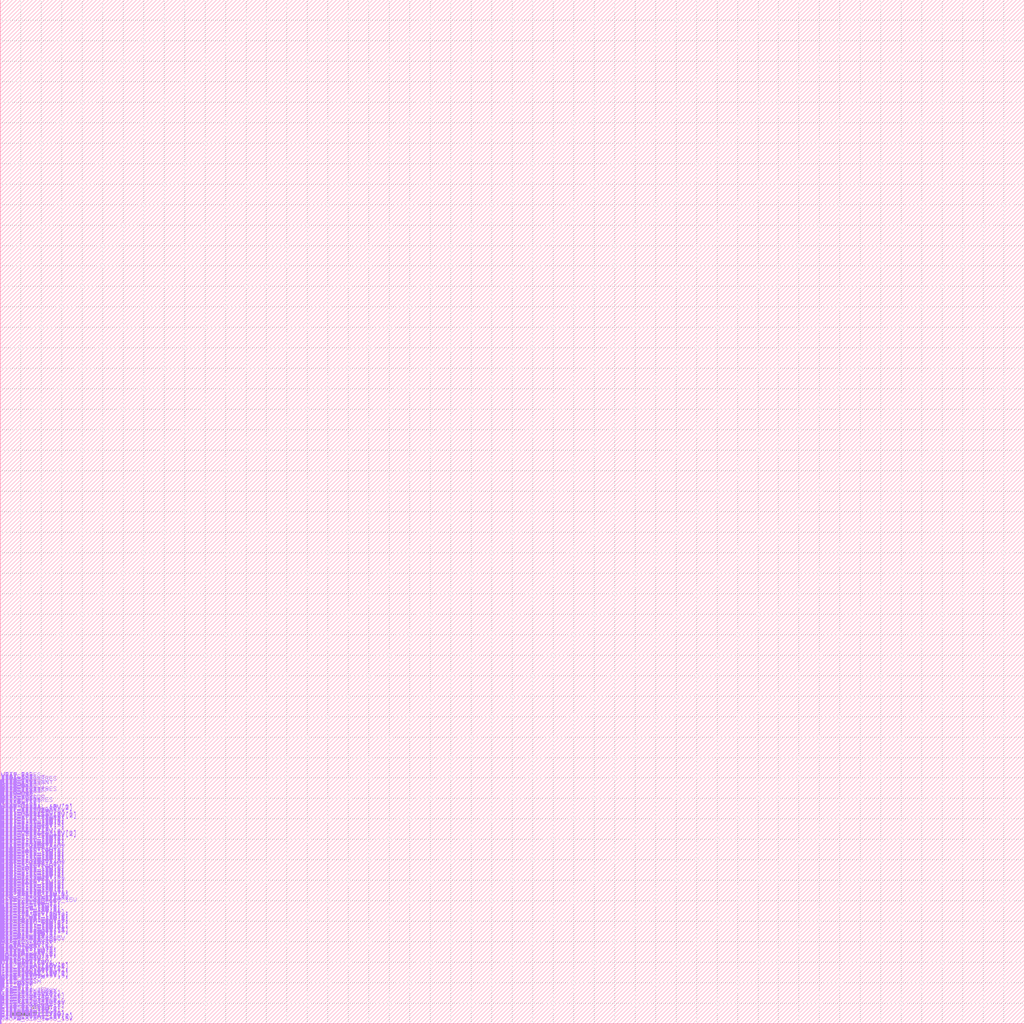
<source format=lef>
######################################################################
# LEF Name        : a
# Modified Date   : 2020-04-28 13:52:14
######################################################################

VERSION 5.5 ;

NAMESCASESENSITIVE ON ;

DIVIDERCHAR "/" ;
BUSBITCHARS "[]" ;

 USEMINSPACING OBS OFF  ;
UNITS
    DATABASE MICRONS 2000  ;
END UNITS

 MANUFACTURINGGRID    0.005000 ;
SITE IOSite
    SYMMETRY Y  ;
    CLASS PAD  ;
    SIZE 80.8400 BY 144.0000 ;
END IOSite

SITE CoreSite
    SYMMETRY Y   ;
    CLASS CORE  ;
    SIZE 0.3700 BY 2.2200 ;
END CoreSite

MACRO A801_A_AFE_TOP
    CLASS PAD ;
    FOREIGN A801_A_AFE_TOP 0 0 ;
    ORIGIN 0.0000 0.0000 ;
    SIZE 1000.0000 BY 1000.0000 ;
    SYMMETRY R0 ;
    SITE IOSite ;
    PIN VDDPD_STD_ISOB_15V
        DIRECTION INPUT ;
        ANTENNAPARTIALMETALSIDEAREA 10  LAYER M3 ;
        PORT
        LAYER M3 ;
        RECT  0.0000 0.0000 1.0000 0.3000 ;
        END
    END VDDPD_STD_ISOB_15V
    PIN HIRC_EN_15V
        DIRECTION INPUT ;
        ANTENNAPARTIALMETALSIDEAREA 10  LAYER M3 ;
        PORT
        LAYER M3 ;
        RECT  0.0000 0.6000 1.0000 0.9000 ;
        END
    END HIRC_EN_15V
    PIN HIRC_LDOCAL_15V[3]
        DIRECTION INPUT ;
        ANTENNAPARTIALMETALSIDEAREA 10  LAYER M3 ;
        PORT
        LAYER M3 ;
        RECT  0.0000 1.2000 1.0000 1.5000 ;
        END
    END HIRC_LDOCAL_15V[3]
    PIN HIRC_LDOCAL_15V[2]
        DIRECTION INPUT ;
        ANTENNAPARTIALMETALSIDEAREA 10  LAYER M3 ;
        PORT
        LAYER M3 ;
        RECT  0.0000 1.8000 1.0000 2.1000 ;
        END
    END HIRC_LDOCAL_15V[2]
    PIN HIRC_LDOCAL_15V[1]
        DIRECTION INPUT ;
        ANTENNAPARTIALMETALSIDEAREA 10  LAYER M3 ;
        PORT
        LAYER M3 ;
        RECT  0.0000 2.4000 1.0000 2.7000 ;
        END
    END HIRC_LDOCAL_15V[1]
    PIN HIRC_LDOCAL_15V[0]
        DIRECTION INPUT ;
        ANTENNAPARTIALMETALSIDEAREA 10  LAYER M3 ;
        PORT
        LAYER M3 ;
        RECT  0.0000 3.0000 1.0000 3.3000 ;
        END
    END HIRC_LDOCAL_15V[0]
    PIN HIRC_TADJ_15V[3]
        DIRECTION INPUT ;
        ANTENNAPARTIALMETALSIDEAREA 10  LAYER M3 ;
        PORT
        LAYER M3 ;
        RECT  0.0000 3.6000 1.0000 3.9000 ;
        END
    END HIRC_TADJ_15V[3]
    PIN HIRC_TADJ_15V[2]
        DIRECTION INPUT ;
        ANTENNAPARTIALMETALSIDEAREA 10  LAYER M3 ;
        PORT
        LAYER M3 ;
        RECT  0.0000 4.2000 1.0000 4.5000 ;
        END
    END HIRC_TADJ_15V[2]
    PIN HIRC_TADJ_15V[1]
        DIRECTION INPUT ;
        ANTENNAPARTIALMETALSIDEAREA 10  LAYER M3 ;
        PORT
        LAYER M3 ;
        RECT  0.0000 4.8000 1.0000 5.1000 ;
        END
    END HIRC_TADJ_15V[1]
    PIN HIRC_TADJ_15V[0]
        DIRECTION INPUT ;
        ANTENNAPARTIALMETALSIDEAREA 10  LAYER M3 ;
        PORT
        LAYER M3 ;
        RECT  0.0000 5.4000 1.0000 5.7000 ;
        END
    END HIRC_TADJ_15V[0]
    PIN HIRC_CAL_15V[7]
        DIRECTION INPUT ;
        ANTENNAPARTIALMETALSIDEAREA 10  LAYER M3 ;
        PORT
        LAYER M3 ;
        RECT  0.0000 6.0000 1.0000 6.3000 ;
        END
    END HIRC_CAL_15V[7]
    PIN HIRC_CAL_15V[6]
        DIRECTION INPUT ;
        ANTENNAPARTIALMETALSIDEAREA 10  LAYER M3 ;
        PORT
        LAYER M3 ;
        RECT  0.0000 6.6000 1.0000 6.9000 ;
        END
    END HIRC_CAL_15V[6]
    PIN HIRC_CAL_15V[5]
        DIRECTION INPUT ;
        ANTENNAPARTIALMETALSIDEAREA 10  LAYER M3 ;
        PORT
        LAYER M3 ;
        RECT  0.0000 7.2000 1.0000 7.5000 ;
        END
    END HIRC_CAL_15V[5]
    PIN HIRC_CAL_15V[4]
        DIRECTION INPUT ;
        ANTENNAPARTIALMETALSIDEAREA 10  LAYER M3 ;
        PORT
        LAYER M3 ;
        RECT  0.0000 7.8000 1.0000 8.1000 ;
        END
    END HIRC_CAL_15V[4]
    PIN HIRC_CAL_15V[3]
        DIRECTION INPUT ;
        ANTENNAPARTIALMETALSIDEAREA 10  LAYER M3 ;
        PORT
        LAYER M3 ;
        RECT  0.0000 8.4000 1.0000 8.7000 ;
        END
    END HIRC_CAL_15V[3]
    PIN HIRC_CAL_15V[2]
        DIRECTION INPUT ;
        ANTENNAPARTIALMETALSIDEAREA 10  LAYER M3 ;
        PORT
        LAYER M3 ;
        RECT  0.0000 9.0000 1.0000 9.3000 ;
        END
    END HIRC_CAL_15V[2]
    PIN HIRC_CAL_15V[1]
        DIRECTION INPUT ;
        ANTENNAPARTIALMETALSIDEAREA 10  LAYER M3 ;
        PORT
        LAYER M3 ;
        RECT  0.0000 9.6000 1.0000 9.9000 ;
        END
    END HIRC_CAL_15V[1]
    PIN HIRC_CAL_15V[0]
        DIRECTION INPUT ;
        ANTENNAPARTIALMETALSIDEAREA 10  LAYER M3 ;
        PORT
        LAYER M3 ;
        RECT  0.0000 10.2000 1.0000 10.5000 ;
        END
    END HIRC_CAL_15V[0]
    PIN HIRC_OUT_15V
        DIRECTION OUTPUT ;
        ANTENNAPARTIALMETALSIDEAREA 10  LAYER M3 ;
        PORT
        LAYER M3 ;
        RECT  0.0000 10.8000 1.0000 11.1000 ;
        END
    END HIRC_OUT_15V
    PIN LIRC_EN_15V
        DIRECTION INPUT ;
        ANTENNAPARTIALMETALSIDEAREA 10  LAYER M3 ;
        PORT
        LAYER M3 ;
        RECT  0.0000 11.4000 1.0000 11.7000 ;
        END
    END LIRC_EN_15V
    PIN LIRC_OUT_15V
        DIRECTION OUTPUT ;
        ANTENNAPARTIALMETALSIDEAREA 10  LAYER M3 ;
        PORT
        LAYER M3 ;
        RECT  0.0000 12.0000 1.0000 12.3000 ;
        END
    END LIRC_OUT_15V
    PIN HXT_EN_15V
        DIRECTION INPUT ;
        ANTENNAPARTIALMETALSIDEAREA 10  LAYER M3 ;
        PORT
        LAYER M3 ;
        RECT  0.0000 12.6000 1.0000 12.9000 ;
        END
    END HXT_EN_15V
    PIN HXT_GAINS_15V[2]
        DIRECTION INPUT ;
        ANTENNAPARTIALMETALSIDEAREA 10  LAYER M3 ;
        PORT
        LAYER M3 ;
        RECT  0.0000 13.2000 1.0000 13.5000 ;
        END
    END HXT_GAINS_15V[2]
    PIN HXT_GAINS_15V[1]
        DIRECTION INPUT ;
        ANTENNAPARTIALMETALSIDEAREA 10  LAYER M3 ;
        PORT
        LAYER M3 ;
        RECT  0.0000 13.8000 1.0000 14.1000 ;
        END
    END HXT_GAINS_15V[1]
    PIN HXT_GAINS_15V[0]
        DIRECTION INPUT ;
        ANTENNAPARTIALMETALSIDEAREA 10  LAYER M3 ;
        PORT
        LAYER M3 ;
        RECT  0.0000 14.4000 1.0000 14.7000 ;
        END
    END HXT_GAINS_15V[0]
    PIN HXT_PBK_OSCI_50V
        DIRECTION OUTPUT ;
        ANTENNAPARTIALMETALSIDEAREA 10  LAYER M3 ;
        PORT
        LAYER M3 ;
        RECT  0.0000 15.0000 1.0000 15.3000 ;
        END
    END HXT_PBK_OSCI_50V
    PIN HXT_PBK_OSCO_50V
        DIRECTION OUTPUT ;
        ANTENNAPARTIALMETALSIDEAREA 10  LAYER M3 ;
        PORT
        LAYER M3 ;
        RECT  0.0000 15.6000 1.0000 15.9000 ;
        END
    END HXT_PBK_OSCO_50V
    PIN HXT_PADIN_50V
        DIRECTION INPUT ;
        ANTENNAPARTIALMETALSIDEAREA 10  LAYER M3 ;
        PORT
        LAYER M3 ;
        RECT  0.0000 16.2000 1.0000 16.5000 ;
        END
    END HXT_PADIN_50V
    PIN HXT_PADOUT_50V
        DIRECTION INPUT ;
        ANTENNAPARTIALMETALSIDEAREA 10  LAYER M3 ;
        PORT
        LAYER M3 ;
        RECT  0.0000 16.8000 1.0000 17.1000 ;
        END
    END HXT_PADOUT_50V
    PIN HXT_CLKO_15V
        DIRECTION OUTPUT ;
        ANTENNAPARTIALMETALSIDEAREA 10  LAYER M3 ;
        PORT
        LAYER M3 ;
        RECT  0.0000 17.4000 1.0000 17.7000 ;
        END
    END HXT_CLKO_15V
    PIN HXT_STOP_15V
        DIRECTION OUTPUT ;
        ANTENNAPARTIALMETALSIDEAREA 10  LAYER M3 ;
        PORT
        LAYER M3 ;
        RECT  0.0000 18.0000 1.0000 18.3000 ;
        END
    END HXT_STOP_15V
    PIN HXT_STOPB_15V
        DIRECTION OUTPUT ;
        ANTENNAPARTIALMETALSIDEAREA 10  LAYER M3 ;
        PORT
        LAYER M3 ;
        RECT  0.0000 18.6000 1.0000 18.9000 ;
        END
    END HXT_STOPB_15V
    PIN HXT_FILS_15V[2]
        DIRECTION INPUT ;
        ANTENNAPARTIALMETALSIDEAREA 10  LAYER M3 ;
        PORT
        LAYER M3 ;
        RECT  0.0000 19.2000 1.0000 19.5000 ;
        END
    END HXT_FILS_15V[2]
    PIN HXT_FILS_15V[1]
        DIRECTION INPUT ;
        ANTENNAPARTIALMETALSIDEAREA 10  LAYER M3 ;
        PORT
        LAYER M3 ;
        RECT  0.0000 19.8000 1.0000 20.1000 ;
        END
    END HXT_FILS_15V[1]
    PIN HXT_FILS_15V[0]
        DIRECTION INPUT ;
        ANTENNAPARTIALMETALSIDEAREA 10  LAYER M3 ;
        PORT
        LAYER M3 ;
        RECT  0.0000 20.4000 1.0000 20.7000 ;
        END
    END HXT_FILS_15V[0]
    PIN LXT_EN_15V
        DIRECTION INPUT ;
        ANTENNAPARTIALMETALSIDEAREA 10  LAYER M3 ;
        PORT
        LAYER M3 ;
        RECT  0.0000 21.0000 1.0000 21.3000 ;
        END
    END LXT_EN_15V
    PIN LXT_GAINS_15V[1]
        DIRECTION INPUT ;
        ANTENNAPARTIALMETALSIDEAREA 10  LAYER M3 ;
        PORT
        LAYER M3 ;
        RECT  0.0000 21.6000 1.0000 21.9000 ;
        END
    END LXT_GAINS_15V[1]
    PIN LXT_GAINS_15V[0]
        DIRECTION INPUT ;
        ANTENNAPARTIALMETALSIDEAREA 10  LAYER M3 ;
        PORT
        LAYER M3 ;
        RECT  0.0000 22.2000 1.0000 22.5000 ;
        END
    END LXT_GAINS_15V[0]
    PIN LXT_RON_15V[1]
        DIRECTION INPUT ;
        ANTENNAPARTIALMETALSIDEAREA 10  LAYER M3 ;
        PORT
        LAYER M3 ;
        RECT  0.0000 22.8000 1.0000 23.1000 ;
        END
    END LXT_RON_15V[1]
    PIN LXT_RON_15V[0]
        DIRECTION INPUT ;
        ANTENNAPARTIALMETALSIDEAREA 10  LAYER M3 ;
        PORT
        LAYER M3 ;
        RECT  0.0000 23.4000 1.0000 23.7000 ;
        END
    END LXT_RON_15V[0]
    PIN LXT_OPIS_15V[1]
        DIRECTION INPUT ;
        ANTENNAPARTIALMETALSIDEAREA 10  LAYER M3 ;
        PORT
        LAYER M3 ;
        RECT  0.0000 24.0000 1.0000 24.3000 ;
        END
    END LXT_OPIS_15V[1]
    PIN LXT_OPIS_15V[0]
        DIRECTION INPUT ;
        ANTENNAPARTIALMETALSIDEAREA 10  LAYER M3 ;
        PORT
        LAYER M3 ;
        RECT  0.0000 24.6000 1.0000 24.9000 ;
        END
    END LXT_OPIS_15V[0]
    PIN LXT_IBS_15V[1]
        DIRECTION INPUT ;
        ANTENNAPARTIALMETALSIDEAREA 10  LAYER M3 ;
        PORT
        LAYER M3 ;
        RECT  0.0000 25.2000 1.0000 25.5000 ;
        END
    END LXT_IBS_15V[1]
    PIN LXT_IBS_15V[0]
        DIRECTION INPUT ;
        ANTENNAPARTIALMETALSIDEAREA 10  LAYER M3 ;
        PORT
        LAYER M3 ;
        RECT  0.0000 25.8000 1.0000 26.1000 ;
        END
    END LXT_IBS_15V[0]
    PIN LXT_PADIN_50V
        DIRECTION INPUT ;
        ANTENNAPARTIALMETALSIDEAREA 10  LAYER M3 ;
        PORT
        LAYER M3 ;
        RECT  0.0000 26.4000 1.0000 26.7000 ;
        END
    END LXT_PADIN_50V
    PIN LXT_PADOUT_50V
        DIRECTION INPUT ;
        ANTENNAPARTIALMETALSIDEAREA 10  LAYER M3 ;
        PORT
        LAYER M3 ;
        RECT  0.0000 27.0000 1.0000 27.3000 ;
        END
    END LXT_PADOUT_50V
    PIN LXT_CLKO_15V
        DIRECTION OUTPUT ;
        ANTENNAPARTIALMETALSIDEAREA 10  LAYER M3 ;
        PORT
        LAYER M3 ;
        RECT  0.0000 27.6000 1.0000 27.9000 ;
        END
    END LXT_CLKO_15V
    PIN PLL_FIN
        DIRECTION INPUT ;
        ANTENNAPARTIALMETALSIDEAREA 10  LAYER M3 ;
        PORT
        LAYER M3 ;
        RECT  0.0000 28.2000 1.0000 28.5000 ;
        END
    END PLL_FIN
    PIN PLL_M[6]
        DIRECTION INPUT ;
        ANTENNAPARTIALMETALSIDEAREA 10  LAYER M3 ;
        PORT
        LAYER M3 ;
        RECT  0.0000 28.8000 1.0000 29.1000 ;
        END
    END PLL_M[6]
    PIN PLL_M[5]
        DIRECTION INPUT ;
        ANTENNAPARTIALMETALSIDEAREA 10  LAYER M3 ;
        PORT
        LAYER M3 ;
        RECT  0.0000 29.4000 1.0000 29.7000 ;
        END
    END PLL_M[5]
    PIN PLL_M[4]
        DIRECTION INPUT ;
        ANTENNAPARTIALMETALSIDEAREA 10  LAYER M3 ;
        PORT
        LAYER M3 ;
        RECT  0.0000 30.0000 1.0000 30.3000 ;
        END
    END PLL_M[4]
    PIN PLL_M[3]
        DIRECTION INPUT ;
        ANTENNAPARTIALMETALSIDEAREA 10  LAYER M3 ;
        PORT
        LAYER M3 ;
        RECT  0.0000 30.6000 1.0000 30.9000 ;
        END
    END PLL_M[3]
    PIN PLL_M[2]
        DIRECTION INPUT ;
        ANTENNAPARTIALMETALSIDEAREA 10  LAYER M3 ;
        PORT
        LAYER M3 ;
        RECT  0.0000 31.2000 1.0000 31.5000 ;
        END
    END PLL_M[2]
    PIN PLL_M[1]
        DIRECTION INPUT ;
        ANTENNAPARTIALMETALSIDEAREA 10  LAYER M3 ;
        PORT
        LAYER M3 ;
        RECT  0.0000 31.8000 1.0000 32.1000 ;
        END
    END PLL_M[1]
    PIN PLL_M[0]
        DIRECTION INPUT ;
        ANTENNAPARTIALMETALSIDEAREA 10  LAYER M3 ;
        PORT
        LAYER M3 ;
        RECT  0.0000 32.4000 1.0000 32.7000 ;
        END
    END PLL_M[0]
    PIN PLL_PD
        DIRECTION INPUT ;
        ANTENNAPARTIALMETALSIDEAREA 10  LAYER M3 ;
        PORT
        LAYER M3 ;
        RECT  0.0000 33.0000 1.0000 33.3000 ;
        END
    END PLL_PD
    PIN PLL_FOUT
        DIRECTION OUTPUT ;
        ANTENNAPARTIALMETALSIDEAREA 10  LAYER M3 ;
        PORT
        LAYER M3 ;
        RECT  0.0000 33.6000 1.0000 33.9000 ;
        END
    END PLL_FOUT
    PIN PLL_LOCK
        DIRECTION OUTPUT ;
        ANTENNAPARTIALMETALSIDEAREA 10  LAYER M3 ;
        PORT
        LAYER M3 ;
        RECT  0.0000 34.2000 1.0000 34.5000 ;
        END
    END PLL_LOCK
    PIN V15D_APR
        DIRECTION INOUT ;
        ANTENNAPARTIALMETALSIDEAREA 10  LAYER M3 ;
        PORT
        LAYER M3 ;
        RECT  0.0000 34.8000 1.0000 35.1000 ;
        END
    END V15D_APR
    PIN G15D_APR
        DIRECTION INOUT ;
        ANTENNAPARTIALMETALSIDEAREA 10  LAYER M3 ;
        PORT
        LAYER M3 ;
        RECT  0.0000 35.4000 1.0000 35.7000 ;
        END
    END G15D_APR
    PIN V15D_FLASH
        DIRECTION INOUT ;
        ANTENNAPARTIALMETALSIDEAREA 10  LAYER M3 ;
        PORT
        LAYER M3 ;
        RECT  0.0000 36.0000 1.0000 36.3000 ;
        END
    END V15D_FLASH
    PIN G15D_FLASH
        DIRECTION INOUT ;
        ANTENNAPARTIALMETALSIDEAREA 10  LAYER M3 ;
        PORT
        LAYER M3 ;
        RECT  0.0000 36.6000 1.0000 36.9000 ;
        END
    END G15D_FLASH
    PIN V15D_IO
        DIRECTION INOUT ;
        ANTENNAPARTIALMETALSIDEAREA 10  LAYER M3 ;
        PORT
        LAYER M3 ;
        RECT  0.0000 37.2000 1.0000 37.5000 ;
        END
    END V15D_IO
    PIN V15D_PAD
        DIRECTION INOUT ;
        ANTENNAPARTIALMETALSIDEAREA 10  LAYER M3 ;
        PORT
        LAYER M3 ;
        RECT  0.0000 37.8000 1.0000 38.1000 ;
        END
    END V15D_PAD
    PIN V15R_APR
        DIRECTION INOUT ;
        ANTENNAPARTIALMETALSIDEAREA 10  LAYER M3 ;
        PORT
        LAYER M3 ;
        RECT  0.0000 38.4000 1.0000 38.7000 ;
        END
    END V15R_APR
    PIN G15R_APR
        DIRECTION INOUT ;
        ANTENNAPARTIALMETALSIDEAREA 10  LAYER M3 ;
        PORT
        LAYER M3 ;
        RECT  0.0000 39.0000 1.0000 39.3000 ;
        END
    END G15R_APR
    PIN V15R_IO
        DIRECTION INOUT ;
        ANTENNAPARTIALMETALSIDEAREA 10  LAYER M3 ;
        PORT
        LAYER M3 ;
        RECT  0.0000 39.6000 1.0000 39.9000 ;
        END
    END V15R_IO
    PIN V15R_PAD
        DIRECTION INOUT ;
        ANTENNAPARTIALMETALSIDEAREA 10  LAYER M3 ;
        PORT
        LAYER M3 ;
        RECT  0.0000 40.2000 1.0000 40.5000 ;
        END
    END V15R_PAD
    PIN LDO_PD_15V 
        DIRECTION INPUT ;
        ANTENNAPARTIALMETALSIDEAREA 10  LAYER M3 ;
        PORT
        LAYER M3 ;
        RECT  0.0000 40.8000 1.0000 41.1000 ;
        END
    END LDO_PD_15V 
    PIN LDO_MEN_15V 
        DIRECTION INPUT ;
        ANTENNAPARTIALMETALSIDEAREA 10  LAYER M3 ;
        PORT
        LAYER M3 ;
        RECT  0.0000 41.4000 1.0000 41.7000 ;
        END
    END LDO_MEN_15V 
    PIN LDO_BGVCAL_15V[5]
        DIRECTION INPUT ;
        ANTENNAPARTIALMETALSIDEAREA 10  LAYER M3 ;
        PORT
        LAYER M3 ;
        RECT  0.0000 42.0000 1.0000 42.3000 ;
        END
    END LDO_BGVCAL_15V[5]
    PIN LDO_BGVCAL_15V[4]
        DIRECTION INPUT ;
        ANTENNAPARTIALMETALSIDEAREA 10  LAYER M3 ;
        PORT
        LAYER M3 ;
        RECT  0.0000 42.6000 1.0000 42.9000 ;
        END
    END LDO_BGVCAL_15V[4]
    PIN LDO_BGVCAL_15V[3]
        DIRECTION INPUT ;
        ANTENNAPARTIALMETALSIDEAREA 10  LAYER M3 ;
        PORT
        LAYER M3 ;
        RECT  0.0000 43.2000 1.0000 43.5000 ;
        END
    END LDO_BGVCAL_15V[3]
    PIN LDO_BGVCAL_15V[2]
        DIRECTION INPUT ;
        ANTENNAPARTIALMETALSIDEAREA 10  LAYER M3 ;
        PORT
        LAYER M3 ;
        RECT  0.0000 43.8000 1.0000 44.1000 ;
        END
    END LDO_BGVCAL_15V[2]
    PIN LDO_BGVCAL_15V[1]
        DIRECTION INPUT ;
        ANTENNAPARTIALMETALSIDEAREA 10  LAYER M3 ;
        PORT
        LAYER M3 ;
        RECT  0.0000 44.4000 1.0000 44.7000 ;
        END
    END LDO_BGVCAL_15V[1]
    PIN LDO_BGVCAL_15V[0]
        DIRECTION INPUT ;
        ANTENNAPARTIALMETALSIDEAREA 10  LAYER M3 ;
        PORT
        LAYER M3 ;
        RECT  0.0000 45.0000 1.0000 45.3000 ;
        END
    END LDO_BGVCAL_15V[0]
    PIN LDO_MPS_15V[3]
        DIRECTION INPUT ;
        ANTENNAPARTIALMETALSIDEAREA 10  LAYER M3 ;
        PORT
        LAYER M3 ;
        RECT  0.0000 45.6000 1.0000 45.9000 ;
        END
    END LDO_MPS_15V[3]
    PIN LDO_MPS_15V[2]
        DIRECTION INPUT ;
        ANTENNAPARTIALMETALSIDEAREA 10  LAYER M3 ;
        PORT
        LAYER M3 ;
        RECT  0.0000 46.2000 1.0000 46.5000 ;
        END
    END LDO_MPS_15V[2]
    PIN LDO_MPS_15V[1]
        DIRECTION INPUT ;
        ANTENNAPARTIALMETALSIDEAREA 10  LAYER M3 ;
        PORT
        LAYER M3 ;
        RECT  0.0000 46.8000 1.0000 47.1000 ;
        END
    END LDO_MPS_15V[1]
    PIN LDO_MPS_15V[0]
        DIRECTION INPUT ;
        ANTENNAPARTIALMETALSIDEAREA 10  LAYER M3 ;
        PORT
        LAYER M3 ;
        RECT  0.0000 47.4000 1.0000 47.7000 ;
        END
    END LDO_MPS_15V[0]
    PIN LDO_MVCAL_15V[3]
        DIRECTION INPUT ;
        ANTENNAPARTIALMETALSIDEAREA 10  LAYER M3 ;
        PORT
        LAYER M3 ;
        RECT  0.0000 48.0000 1.0000 48.3000 ;
        END
    END LDO_MVCAL_15V[3]
    PIN LDO_MVCAL_15V[2]
        DIRECTION INPUT ;
        ANTENNAPARTIALMETALSIDEAREA 10  LAYER M3 ;
        PORT
        LAYER M3 ;
        RECT  0.0000 48.6000 1.0000 48.9000 ;
        END
    END LDO_MVCAL_15V[2]
    PIN LDO_MVCAL_15V[1]
        DIRECTION INPUT ;
        ANTENNAPARTIALMETALSIDEAREA 10  LAYER M3 ;
        PORT
        LAYER M3 ;
        RECT  0.0000 49.2000 1.0000 49.5000 ;
        END
    END LDO_MVCAL_15V[1]
    PIN LDO_MVCAL_15V[0]
        DIRECTION INPUT ;
        ANTENNAPARTIALMETALSIDEAREA 10  LAYER M3 ;
        PORT
        LAYER M3 ;
        RECT  0.0000 49.8000 1.0000 50.1000 ;
        END
    END LDO_MVCAL_15V[0]
    PIN LDO_RTCCAL_15V[3]
        DIRECTION INPUT ;
        ANTENNAPARTIALMETALSIDEAREA 10  LAYER M3 ;
        PORT
        LAYER M3 ;
        RECT  0.0000 50.4000 1.0000 50.7000 ;
        END
    END LDO_RTCCAL_15V[3]
    PIN LDO_RTCCAL_15V[2]
        DIRECTION INPUT ;
        ANTENNAPARTIALMETALSIDEAREA 10  LAYER M3 ;
        PORT
        LAYER M3 ;
        RECT  0.0000 51.0000 1.0000 51.3000 ;
        END
    END LDO_RTCCAL_15V[2]
    PIN LDO_RTCCAL_15V[1]
        DIRECTION INPUT ;
        ANTENNAPARTIALMETALSIDEAREA 10  LAYER M3 ;
        PORT
        LAYER M3 ;
        RECT  0.0000 51.6000 1.0000 51.9000 ;
        END
    END LDO_RTCCAL_15V[1]
    PIN LDO_RTCCAL_15V[0]
        DIRECTION INPUT ;
        ANTENNAPARTIALMETALSIDEAREA 10  LAYER M3 ;
        PORT
        LAYER M3 ;
        RECT  0.0000 52.2000 1.0000 52.5000 ;
        END
    END LDO_RTCCAL_15V[0]
    PIN V15DPOR_15V
        DIRECTION OUTPUT ;
        ANTENNAPARTIALMETALSIDEAREA 10  LAYER M3 ;
        PORT
        LAYER M3 ;
        RECT  0.0000 52.8000 1.0000 53.1000 ;
        END
    END V15DPOR_15V
    PIN V15DPORB_15V
        DIRECTION OUTPUT ;
        ANTENNAPARTIALMETALSIDEAREA 10  LAYER M3 ;
        PORT
        LAYER M3 ;
        RECT  0.0000 53.4000 1.0000 53.7000 ;
        END
    END V15DPORB_15V
    PIN V15RPOR_15V
        DIRECTION OUTPUT ;
        ANTENNAPARTIALMETALSIDEAREA 10  LAYER M3 ;
        PORT
        LAYER M3 ;
        RECT  0.0000 54.0000 1.0000 54.3000 ;
        END
    END V15RPOR_15V
    PIN V15RPORB_15V
        DIRECTION OUTPUT ;
        ANTENNAPARTIALMETALSIDEAREA 10  LAYER M3 ;
        PORT
        LAYER M3 ;
        RECT  0.0000 54.6000 1.0000 54.9000 ;
        END
    END V15RPORB_15V
    PIN PVDE_15V
        DIRECTION INPUT ;
        ANTENNAPARTIALMETALSIDEAREA 10  LAYER M3 ;
        PORT
        LAYER M3 ;
        RECT  0.0000 55.2000 1.0000 55.5000 ;
        END
    END PVDE_15V
    PIN PVDS_15V[2]
        DIRECTION INPUT ;
        ANTENNAPARTIALMETALSIDEAREA 10  LAYER M3 ;
        PORT
        LAYER M3 ;
        RECT  0.0000 55.8000 1.0000 56.1000 ;
        END
    END PVDS_15V[2]
    PIN PVDS_15V[1]
        DIRECTION INPUT ;
        ANTENNAPARTIALMETALSIDEAREA 10  LAYER M3 ;
        PORT
        LAYER M3 ;
        RECT  0.0000 56.4000 1.0000 56.7000 ;
        END
    END PVDS_15V[1]
    PIN PVDS_15V[0]
        DIRECTION INPUT ;
        ANTENNAPARTIALMETALSIDEAREA 10  LAYER M3 ;
        PORT
        LAYER M3 ;
        RECT  0.0000 57.0000 1.0000 57.3000 ;
        END
    END PVDS_15V[0]
    PIN PVDCAL_15V[3]
        DIRECTION INPUT ;
        ANTENNAPARTIALMETALSIDEAREA 10  LAYER M3 ;
        PORT
        LAYER M3 ;
        RECT  0.0000 57.6000 1.0000 57.9000 ;
        END
    END PVDCAL_15V[3]
    PIN PVDCAL_15V[2]
        DIRECTION INPUT ;
        ANTENNAPARTIALMETALSIDEAREA 10  LAYER M3 ;
        PORT
        LAYER M3 ;
        RECT  0.0000 58.2000 1.0000 58.5000 ;
        END
    END PVDCAL_15V[2]
    PIN PVDCAL_15V[1]
        DIRECTION INPUT ;
        ANTENNAPARTIALMETALSIDEAREA 10  LAYER M3 ;
        PORT
        LAYER M3 ;
        RECT  0.0000 58.8000 1.0000 59.1000 ;
        END
    END PVDCAL_15V[1]
    PIN PVDCAL_15V[0]
        DIRECTION INPUT ;
        ANTENNAPARTIALMETALSIDEAREA 10  LAYER M3 ;
        PORT
        LAYER M3 ;
        RECT  0.0000 59.4000 1.0000 59.7000 ;
        END
    END PVDCAL_15V[0]
    PIN PVDO_15V
        DIRECTION OUTPUT ;
        ANTENNAPARTIALMETALSIDEAREA 10  LAYER M3 ;
        PORT
        LAYER M3 ;
        RECT  0.0000 60.0000 1.0000 60.3000 ;
        END
    END PVDO_15V
    PIN PVDOB_15V
        DIRECTION OUTPUT ;
        ANTENNAPARTIALMETALSIDEAREA 10  LAYER M3 ;
        PORT
        LAYER M3 ;
        RECT  0.0000 60.6000 1.0000 60.9000 ;
        END
    END PVDOB_15V
    PIN PVDO_TEST_15V
        DIRECTION OUTPUT ;
        ANTENNAPARTIALMETALSIDEAREA 10  LAYER M3 ;
        PORT
        LAYER M3 ;
        RECT  0.0000 61.2000 1.0000 61.5000 ;
        END
    END PVDO_TEST_15V
    PIN PORAE_15V
        DIRECTION INPUT ;
        ANTENNAPARTIALMETALSIDEAREA 10  LAYER M3 ;
        PORT
        LAYER M3 ;
        RECT  0.0000 61.8000 1.0000 62.1000 ;
        END
    END PORAE_15V
    PIN PORACAL_15V[3]
        DIRECTION INPUT ;
        ANTENNAPARTIALMETALSIDEAREA 10  LAYER M3 ;
        PORT
        LAYER M3 ;
        RECT  0.0000 62.4000 1.0000 62.7000 ;
        END
    END PORACAL_15V[3]
    PIN PORACAL_15V[2]
        DIRECTION INPUT ;
        ANTENNAPARTIALMETALSIDEAREA 10  LAYER M3 ;
        PORT
        LAYER M3 ;
        RECT  0.0000 63.0000 1.0000 63.3000 ;
        END
    END PORACAL_15V[2]
    PIN PORACAL_15V[1]
        DIRECTION INPUT ;
        ANTENNAPARTIALMETALSIDEAREA 10  LAYER M3 ;
        PORT
        LAYER M3 ;
        RECT  0.0000 63.6000 1.0000 63.9000 ;
        END
    END PORACAL_15V[1]
    PIN PORACAL_15V[0]
        DIRECTION INPUT ;
        ANTENNAPARTIALMETALSIDEAREA 10  LAYER M3 ;
        PORT
        LAYER M3 ;
        RECT  0.0000 64.2000 1.0000 64.5000 ;
        END
    END PORACAL_15V[0]
    PIN PORDCAL_15V[3]
        DIRECTION INPUT ;
        ANTENNAPARTIALMETALSIDEAREA 10  LAYER M3 ;
        PORT
        LAYER M3 ;
        RECT  0.0000 64.8000 1.0000 65.1000 ;
        END
    END PORDCAL_15V[3]
    PIN PORDCAL_15V[2]
        DIRECTION INPUT ;
        ANTENNAPARTIALMETALSIDEAREA 10  LAYER M3 ;
        PORT
        LAYER M3 ;
        RECT  0.0000 65.4000 1.0000 65.7000 ;
        END
    END PORDCAL_15V[2]
    PIN PORDCAL_15V[1]
        DIRECTION INPUT ;
        ANTENNAPARTIALMETALSIDEAREA 10  LAYER M3 ;
        PORT
        LAYER M3 ;
        RECT  0.0000 66.0000 1.0000 66.3000 ;
        END
    END PORDCAL_15V[1]
    PIN PORDCAL_15V[0]
        DIRECTION INPUT ;
        ANTENNAPARTIALMETALSIDEAREA 10  LAYER M3 ;
        PORT
        LAYER M3 ;
        RECT  0.0000 66.6000 1.0000 66.9000 ;
        END
    END PORDCAL_15V[0]
    PIN PORD_15V
        DIRECTION OUTPUT ;
        ANTENNAPARTIALMETALSIDEAREA 10  LAYER M3 ;
        PORT
        LAYER M3 ;
        RECT  0.0000 67.2000 1.0000 67.5000 ;
        END
    END PORD_15V
    PIN PORDB_15V
        DIRECTION OUTPUT ;
        ANTENNAPARTIALMETALSIDEAREA 10  LAYER M3 ;
        PORT
        LAYER M3 ;
        RECT  0.0000 67.8000 1.0000 68.1000 ;
        END
    END PORDB_15V
    PIN PORD_TEST_15V
        DIRECTION OUTPUT ;
        ANTENNAPARTIALMETALSIDEAREA 10  LAYER M3 ;
        PORT
        LAYER M3 ;
        RECT  0.0000 68.4000 1.0000 68.7000 ;
        END
    END PORD_TEST_15V
    PIN PORA_15V
        DIRECTION OUTPUT ;
        ANTENNAPARTIALMETALSIDEAREA 10  LAYER M3 ;
        PORT
        LAYER M3 ;
        RECT  0.0000 69.0000 1.0000 69.3000 ;
        END
    END PORA_15V
    PIN PORAB_15V
        DIRECTION OUTPUT ;
        ANTENNAPARTIALMETALSIDEAREA 10  LAYER M3 ;
        PORT
        LAYER M3 ;
        RECT  0.0000 69.6000 1.0000 69.9000 ;
        END
    END PORAB_15V
    PIN PORA_TEST_15V
        DIRECTION OUTPUT ;
        ANTENNAPARTIALMETALSIDEAREA 10  LAYER M3 ;
        PORT
        LAYER M3 ;
        RECT  0.0000 70.2000 1.0000 70.5000 ;
        END
    END PORA_TEST_15V
    PIN TS_CAL_15V[4]
        DIRECTION INPUT ;
        ANTENNAPARTIALMETALSIDEAREA 10  LAYER M3 ;
        PORT
        LAYER M3 ;
        RECT  0.0000 70.8000 1.0000 71.1000 ;
        END
    END TS_CAL_15V[4]
    PIN TS_CAL_15V[3]
        DIRECTION INPUT ;
        ANTENNAPARTIALMETALSIDEAREA 10  LAYER M3 ;
        PORT
        LAYER M3 ;
        RECT  0.0000 71.4000 1.0000 71.7000 ;
        END
    END TS_CAL_15V[3]
    PIN TS_CAL_15V[2]
        DIRECTION INPUT ;
        ANTENNAPARTIALMETALSIDEAREA 10  LAYER M3 ;
        PORT
        LAYER M3 ;
        RECT  0.0000 72.0000 1.0000 72.3000 ;
        END
    END TS_CAL_15V[2]
    PIN TS_CAL_15V[1]
        DIRECTION INPUT ;
        ANTENNAPARTIALMETALSIDEAREA 10  LAYER M3 ;
        PORT
        LAYER M3 ;
        RECT  0.0000 72.6000 1.0000 72.9000 ;
        END
    END TS_CAL_15V[1]
    PIN TS_CAL_15V[0]
        DIRECTION INPUT ;
        ANTENNAPARTIALMETALSIDEAREA 10  LAYER M3 ;
        PORT
        LAYER M3 ;
        RECT  0.0000 73.2000 1.0000 73.5000 ;
        END
    END TS_CAL_15V[0]
    PIN TS_EN_15V
        DIRECTION INPUT ;
        ANTENNAPARTIALMETALSIDEAREA 10  LAYER M3 ;
        PORT
        LAYER M3 ;
        RECT  0.0000 73.8000 1.0000 74.1000 ;
        END
    END TS_EN_15V
    PIN VBAT_EN_15V
        DIRECTION INPUT ;
        ANTENNAPARTIALMETALSIDEAREA 10  LAYER M3 ;
        PORT
        LAYER M3 ;
        RECT  0.0000 74.4000 1.0000 74.7000 ;
        END
    END VBAT_EN_15V
    PIN ADC_CLK_15V
        DIRECTION INPUT ;
        ANTENNAPARTIALMETALSIDEAREA 10  LAYER M3 ;
        PORT
        LAYER M3 ;
        RECT  0.0000 75.0000 1.0000 75.3000 ;
        END
    END ADC_CLK_15V
    PIN ADC_PUMPEN_15V
        DIRECTION INPUT ;
        ANTENNAPARTIALMETALSIDEAREA 10  LAYER M3 ;
        PORT
        LAYER M3 ;
        RECT  0.0000 75.6000 1.0000 75.9000 ;
        END
    END ADC_PUMPEN_15V
    PIN ADC_EN_15V
        DIRECTION INPUT ;
        ANTENNAPARTIALMETALSIDEAREA 10  LAYER M3 ;
        PORT
        LAYER M3 ;
        RECT  0.0000 76.2000 1.0000 76.5000 ;
        END
    END ADC_EN_15V
    PIN ADC_STOPB_15V
        DIRECTION INPUT ;
        ANTENNAPARTIALMETALSIDEAREA 10  LAYER M3 ;
        PORT
        LAYER M3 ;
        RECT  0.0000 76.8000 1.0000 77.1000 ;
        END
    END ADC_STOPB_15V
    PIN ADC_SAMPLE_15V
        DIRECTION INPUT ;
        ANTENNAPARTIALMETALSIDEAREA 10  LAYER M3 ;
        PORT
        LAYER M3 ;
        RECT  0.0000 77.4000 1.0000 77.7000 ;
        END
    END ADC_SAMPLE_15V
    PIN ADC_SAMPLEOK_15V
        DIRECTION INPUT ;
        ANTENNAPARTIALMETALSIDEAREA 10  LAYER M3 ;
        PORT
        LAYER M3 ;
        RECT  0.0000 78.0000 1.0000 78.3000 ;
        END
    END ADC_SAMPLEOK_15V
    PIN ADC_PUMPTIME_15V
        DIRECTION INPUT ;
        ANTENNAPARTIALMETALSIDEAREA 10  LAYER M3 ;
        PORT
        LAYER M3 ;
        RECT  0.0000 78.6000 1.0000 78.9000 ;
        END
    END ADC_PUMPTIME_15V
    PIN ADC_AIN_50V[9]
        DIRECTION INPUT ;
        ANTENNAPARTIALMETALSIDEAREA 10  LAYER M3 ;
        PORT
        LAYER M3 ;
        RECT  0.0000 79.2000 1.0000 79.5000 ;
        END
    END ADC_AIN_50V[9]
    PIN ADC_AIN_50V[8]
        DIRECTION INPUT ;
        ANTENNAPARTIALMETALSIDEAREA 10  LAYER M3 ;
        PORT
        LAYER M3 ;
        RECT  0.0000 79.8000 1.0000 80.1000 ;
        END
    END ADC_AIN_50V[8]
    PIN ADC_AIN_50V[7]
        DIRECTION INPUT ;
        ANTENNAPARTIALMETALSIDEAREA 10  LAYER M3 ;
        PORT
        LAYER M3 ;
        RECT  0.0000 80.4000 1.0000 80.7000 ;
        END
    END ADC_AIN_50V[7]
    PIN ADC_AIN_50V[6]
        DIRECTION INPUT ;
        ANTENNAPARTIALMETALSIDEAREA 10  LAYER M3 ;
        PORT
        LAYER M3 ;
        RECT  0.0000 81.0000 1.0000 81.3000 ;
        END
    END ADC_AIN_50V[6]
    PIN ADC_AIN_50V[5]
        DIRECTION INPUT ;
        ANTENNAPARTIALMETALSIDEAREA 10  LAYER M3 ;
        PORT
        LAYER M3 ;
        RECT  0.0000 81.6000 1.0000 81.9000 ;
        END
    END ADC_AIN_50V[5]
    PIN ADC_AIN_50V[4]
        DIRECTION INPUT ;
        ANTENNAPARTIALMETALSIDEAREA 10  LAYER M3 ;
        PORT
        LAYER M3 ;
        RECT  0.0000 82.2000 1.0000 82.5000 ;
        END
    END ADC_AIN_50V[4]
    PIN ADC_AIN_50V[3]
        DIRECTION INPUT ;
        ANTENNAPARTIALMETALSIDEAREA 10  LAYER M3 ;
        PORT
        LAYER M3 ;
        RECT  0.0000 82.8000 1.0000 83.1000 ;
        END
    END ADC_AIN_50V[3]
    PIN ADC_AIN_50V[2]
        DIRECTION INPUT ;
        ANTENNAPARTIALMETALSIDEAREA 10  LAYER M3 ;
        PORT
        LAYER M3 ;
        RECT  0.0000 83.4000 1.0000 83.7000 ;
        END
    END ADC_AIN_50V[2]
    PIN ADC_AIN_50V[1]
        DIRECTION INPUT ;
        ANTENNAPARTIALMETALSIDEAREA 10  LAYER M3 ;
        PORT
        LAYER M3 ;
        RECT  0.0000 84.0000 1.0000 84.3000 ;
        END
    END ADC_AIN_50V[1]
    PIN ADC_AIN_50V[0]
        DIRECTION INPUT ;
        ANTENNAPARTIALMETALSIDEAREA 10  LAYER M3 ;
        PORT
        LAYER M3 ;
        RECT  0.0000 84.6000 1.0000 84.9000 ;
        END
    END ADC_AIN_50V[0]
    PIN ADC_CHSEL_15V[15]
        DIRECTION INPUT ;
        ANTENNAPARTIALMETALSIDEAREA 10  LAYER M3 ;
        PORT
        LAYER M3 ;
        RECT  0.0000 85.2000 1.0000 85.5000 ;
        END
    END ADC_CHSEL_15V[15]
    PIN ADC_CHSEL_15V[14]
        DIRECTION INPUT ;
        ANTENNAPARTIALMETALSIDEAREA 10  LAYER M3 ;
        PORT
        LAYER M3 ;
        RECT  0.0000 85.8000 1.0000 86.1000 ;
        END
    END ADC_CHSEL_15V[14]
    PIN ADC_CHSEL_15V[13]
        DIRECTION INPUT ;
        ANTENNAPARTIALMETALSIDEAREA 10  LAYER M3 ;
        PORT
        LAYER M3 ;
        RECT  0.0000 86.4000 1.0000 86.7000 ;
        END
    END ADC_CHSEL_15V[13]
    PIN ADC_CHSEL_15V[12]
        DIRECTION INPUT ;
        ANTENNAPARTIALMETALSIDEAREA 10  LAYER M3 ;
        PORT
        LAYER M3 ;
        RECT  0.0000 87.0000 1.0000 87.3000 ;
        END
    END ADC_CHSEL_15V[12]
    PIN ADC_CHSEL_15V[11]
        DIRECTION INPUT ;
        ANTENNAPARTIALMETALSIDEAREA 10  LAYER M3 ;
        PORT
        LAYER M3 ;
        RECT  0.0000 87.6000 1.0000 87.9000 ;
        END
    END ADC_CHSEL_15V[11]
    PIN ADC_CHSEL_15V[10]
        DIRECTION INPUT ;
        ANTENNAPARTIALMETALSIDEAREA 10  LAYER M3 ;
        PORT
        LAYER M3 ;
        RECT  0.0000 88.2000 1.0000 88.5000 ;
        END
    END ADC_CHSEL_15V[10]
    PIN ADC_CHSEL_15V[9]
        DIRECTION INPUT ;
        ANTENNAPARTIALMETALSIDEAREA 10  LAYER M3 ;
        PORT
        LAYER M3 ;
        RECT  0.0000 88.8000 1.0000 89.1000 ;
        END
    END ADC_CHSEL_15V[9]
    PIN ADC_CHSEL_15V[8]
        DIRECTION INPUT ;
        ANTENNAPARTIALMETALSIDEAREA 10  LAYER M3 ;
        PORT
        LAYER M3 ;
        RECT  0.0000 89.4000 1.0000 89.7000 ;
        END
    END ADC_CHSEL_15V[8]
    PIN ADC_CHSEL_15V[7]
        DIRECTION INPUT ;
        ANTENNAPARTIALMETALSIDEAREA 10  LAYER M3 ;
        PORT
        LAYER M3 ;
        RECT  0.0000 90.0000 1.0000 90.3000 ;
        END
    END ADC_CHSEL_15V[7]
    PIN ADC_CHSEL_15V[6]
        DIRECTION INPUT ;
        ANTENNAPARTIALMETALSIDEAREA 10  LAYER M3 ;
        PORT
        LAYER M3 ;
        RECT  0.0000 90.6000 1.0000 90.9000 ;
        END
    END ADC_CHSEL_15V[6]
    PIN ADC_CHSEL_15V[5]
        DIRECTION INPUT ;
        ANTENNAPARTIALMETALSIDEAREA 10  LAYER M3 ;
        PORT
        LAYER M3 ;
        RECT  0.0000 91.2000 1.0000 91.5000 ;
        END
    END ADC_CHSEL_15V[5]
    PIN ADC_CHSEL_15V[4]
        DIRECTION INPUT ;
        ANTENNAPARTIALMETALSIDEAREA 10  LAYER M3 ;
        PORT
        LAYER M3 ;
        RECT  0.0000 91.8000 1.0000 92.1000 ;
        END
    END ADC_CHSEL_15V[4]
    PIN ADC_CHSEL_15V[3]
        DIRECTION INPUT ;
        ANTENNAPARTIALMETALSIDEAREA 10  LAYER M3 ;
        PORT
        LAYER M3 ;
        RECT  0.0000 92.4000 1.0000 92.7000 ;
        END
    END ADC_CHSEL_15V[3]
    PIN ADC_CHSEL_15V[2]
        DIRECTION INPUT ;
        ANTENNAPARTIALMETALSIDEAREA 10  LAYER M3 ;
        PORT
        LAYER M3 ;
        RECT  0.0000 93.0000 1.0000 93.3000 ;
        END
    END ADC_CHSEL_15V[2]
    PIN ADC_CHSEL_15V[1]
        DIRECTION INPUT ;
        ANTENNAPARTIALMETALSIDEAREA 10  LAYER M3 ;
        PORT
        LAYER M3 ;
        RECT  0.0000 93.6000 1.0000 93.9000 ;
        END
    END ADC_CHSEL_15V[1]
    PIN ADC_CHSEL_15V[0]
        DIRECTION INPUT ;
        ANTENNAPARTIALMETALSIDEAREA 10  LAYER M3 ;
        PORT
        LAYER M3 ;
        RECT  0.0000 94.2000 1.0000 94.5000 ;
        END
    END ADC_CHSEL_15V[0]
    PIN ADC_CALEN_15V
        DIRECTION INPUT ;
        ANTENNAPARTIALMETALSIDEAREA 10  LAYER M3 ;
        PORT
        LAYER M3 ;
        RECT  0.0000 94.8000 1.0000 95.1000 ;
        END
    END ADC_CALEN_15V
    PIN ADC_CALVAL_15V[6]
        DIRECTION INPUT ;
        ANTENNAPARTIALMETALSIDEAREA 10  LAYER M3 ;
        PORT
        LAYER M3 ;
        RECT  0.0000 95.4000 1.0000 95.7000 ;
        END
    END ADC_CALVAL_15V[6]
    PIN ADC_CALVAL_15V[5]
        DIRECTION INPUT ;
        ANTENNAPARTIALMETALSIDEAREA 10  LAYER M3 ;
        PORT
        LAYER M3 ;
        RECT  0.0000 96.0000 1.0000 96.3000 ;
        END
    END ADC_CALVAL_15V[5]
    PIN ADC_CALVAL_15V[4]
        DIRECTION INPUT ;
        ANTENNAPARTIALMETALSIDEAREA 10  LAYER M3 ;
        PORT
        LAYER M3 ;
        RECT  0.0000 96.6000 1.0000 96.9000 ;
        END
    END ADC_CALVAL_15V[4]
    PIN ADC_CALVAL_15V[3]
        DIRECTION INPUT ;
        ANTENNAPARTIALMETALSIDEAREA 10  LAYER M3 ;
        PORT
        LAYER M3 ;
        RECT  0.0000 97.2000 1.0000 97.5000 ;
        END
    END ADC_CALVAL_15V[3]
    PIN ADC_CALVAL_15V[2]
        DIRECTION INPUT ;
        ANTENNAPARTIALMETALSIDEAREA 10  LAYER M3 ;
        PORT
        LAYER M3 ;
        RECT  0.0000 97.8000 1.0000 98.1000 ;
        END
    END ADC_CALVAL_15V[2]
    PIN ADC_CALVAL_15V[1]
        DIRECTION INPUT ;
        ANTENNAPARTIALMETALSIDEAREA 10  LAYER M3 ;
        PORT
        LAYER M3 ;
        RECT  0.0000 98.4000 1.0000 98.7000 ;
        END
    END ADC_CALVAL_15V[1]
    PIN ADC_CALVAL_15V[0]
        DIRECTION INPUT ;
        ANTENNAPARTIALMETALSIDEAREA 10  LAYER M3 ;
        PORT
        LAYER M3 ;
        RECT  0.0000 99.0000 1.0000 99.3000 ;
        END
    END ADC_CALVAL_15V[0]
    PIN ADC_ITRIM1_15V[3]
        DIRECTION INPUT ;
        ANTENNAPARTIALMETALSIDEAREA 10  LAYER M3 ;
        PORT
        LAYER M3 ;
        RECT  0.0000 99.6000 1.0000 99.9000 ;
        END
    END ADC_ITRIM1_15V[3]
    PIN ADC_ITRIM1_15V[2]
        DIRECTION INPUT ;
        ANTENNAPARTIALMETALSIDEAREA 10  LAYER M3 ;
        PORT
        LAYER M3 ;
        RECT  0.0000 100.2000 1.0000 100.5000 ;
        END
    END ADC_ITRIM1_15V[2]
    PIN ADC_ITRIM1_15V[1]
        DIRECTION INPUT ;
        ANTENNAPARTIALMETALSIDEAREA 10  LAYER M3 ;
        PORT
        LAYER M3 ;
        RECT  0.0000 100.8000 1.0000 101.1000 ;
        END
    END ADC_ITRIM1_15V[1]
    PIN ADC_ITRIM1_15V[0]
        DIRECTION INPUT ;
        ANTENNAPARTIALMETALSIDEAREA 10  LAYER M3 ;
        PORT
        LAYER M3 ;
        RECT  0.0000 101.4000 1.0000 101.7000 ;
        END
    END ADC_ITRIM1_15V[0]
    PIN ADC_RES_15V[1]
        DIRECTION INPUT ;
        ANTENNAPARTIALMETALSIDEAREA 10  LAYER M3 ;
        PORT
        LAYER M3 ;
        RECT  0.0000 102.0000 1.0000 102.3000 ;
        END
    END ADC_RES_15V[1]
    PIN ADC_RES_15V[0]
        DIRECTION INPUT ;
        ANTENNAPARTIALMETALSIDEAREA 10  LAYER M3 ;
        PORT
        LAYER M3 ;
        RECT  0.0000 102.6000 1.0000 102.9000 ;
        END
    END ADC_RES_15V[0]
    PIN ADC_DOUT_15V[11]
        DIRECTION OUTPUT ;
        ANTENNAPARTIALMETALSIDEAREA 10  LAYER M3 ;
        PORT
        LAYER M3 ;
        RECT  0.0000 103.2000 1.0000 103.5000 ;
        END
    END ADC_DOUT_15V[11]
    PIN ADC_DOUT_15V[10]
        DIRECTION OUTPUT ;
        ANTENNAPARTIALMETALSIDEAREA 10  LAYER M3 ;
        PORT
        LAYER M3 ;
        RECT  0.0000 103.8000 1.0000 104.1000 ;
        END
    END ADC_DOUT_15V[10]
    PIN ADC_DOUT_15V[9]
        DIRECTION OUTPUT ;
        ANTENNAPARTIALMETALSIDEAREA 10  LAYER M3 ;
        PORT
        LAYER M3 ;
        RECT  0.0000 104.4000 1.0000 104.7000 ;
        END
    END ADC_DOUT_15V[9]
    PIN ADC_DOUT_15V[8]
        DIRECTION OUTPUT ;
        ANTENNAPARTIALMETALSIDEAREA 10  LAYER M3 ;
        PORT
        LAYER M3 ;
        RECT  0.0000 105.0000 1.0000 105.3000 ;
        END
    END ADC_DOUT_15V[8]
    PIN ADC_DOUT_15V[7]
        DIRECTION OUTPUT ;
        ANTENNAPARTIALMETALSIDEAREA 10  LAYER M3 ;
        PORT
        LAYER M3 ;
        RECT  0.0000 105.6000 1.0000 105.9000 ;
        END
    END ADC_DOUT_15V[7]
    PIN ADC_DOUT_15V[6]
        DIRECTION OUTPUT ;
        ANTENNAPARTIALMETALSIDEAREA 10  LAYER M3 ;
        PORT
        LAYER M3 ;
        RECT  0.0000 106.2000 1.0000 106.5000 ;
        END
    END ADC_DOUT_15V[6]
    PIN ADC_DOUT_15V[5]
        DIRECTION OUTPUT ;
        ANTENNAPARTIALMETALSIDEAREA 10  LAYER M3 ;
        PORT
        LAYER M3 ;
        RECT  0.0000 106.8000 1.0000 107.1000 ;
        END
    END ADC_DOUT_15V[5]
    PIN ADC_DOUT_15V[4]
        DIRECTION OUTPUT ;
        ANTENNAPARTIALMETALSIDEAREA 10  LAYER M3 ;
        PORT
        LAYER M3 ;
        RECT  0.0000 107.4000 1.0000 107.7000 ;
        END
    END ADC_DOUT_15V[4]
    PIN ADC_DOUT_15V[3]
        DIRECTION OUTPUT ;
        ANTENNAPARTIALMETALSIDEAREA 10  LAYER M3 ;
        PORT
        LAYER M3 ;
        RECT  0.0000 108.0000 1.0000 108.3000 ;
        END
    END ADC_DOUT_15V[3]
    PIN ADC_DOUT_15V[2]
        DIRECTION OUTPUT ;
        ANTENNAPARTIALMETALSIDEAREA 10  LAYER M3 ;
        PORT
        LAYER M3 ;
        RECT  0.0000 108.6000 1.0000 108.9000 ;
        END
    END ADC_DOUT_15V[2]
    PIN ADC_DOUT_15V[1]
        DIRECTION OUTPUT ;
        ANTENNAPARTIALMETALSIDEAREA 10  LAYER M3 ;
        PORT
        LAYER M3 ;
        RECT  0.0000 109.2000 1.0000 109.5000 ;
        END
    END ADC_DOUT_15V[1]
    PIN ADC_DOUT_15V[0]
        DIRECTION OUTPUT ;
        ANTENNAPARTIALMETALSIDEAREA 10  LAYER M3 ;
        PORT
        LAYER M3 ;
        RECT  0.0000 109.8000 1.0000 110.1000 ;
        END
    END ADC_DOUT_15V[0]
    PIN ADC_EOC_15V
        DIRECTION OUTPUT ;
        ANTENNAPARTIALMETALSIDEAREA 10  LAYER M3 ;
        PORT
        LAYER M3 ;
        RECT  0.0000 110.4000 1.0000 110.7000 ;
        END
    END ADC_EOC_15V
    PIN MUX_EN_15V
        DIRECTION INPUT ;
        ANTENNAPARTIALMETALSIDEAREA 10  LAYER M3 ;
        PORT
        LAYER M3 ;
        RECT  0.0000 111.0000 1.0000 111.3000 ;
        END
    END MUX_EN_15V
    PIN MUX_INS_15V[3]
        DIRECTION INPUT ;
        ANTENNAPARTIALMETALSIDEAREA 10  LAYER M3 ;
        PORT
        LAYER M3 ;
        RECT  0.0000 111.6000 1.0000 111.9000 ;
        END
    END MUX_INS_15V[3]
    PIN MUX_INS_15V[2]
        DIRECTION INPUT ;
        ANTENNAPARTIALMETALSIDEAREA 10  LAYER M3 ;
        PORT
        LAYER M3 ;
        RECT  0.0000 112.2000 1.0000 112.5000 ;
        END
    END MUX_INS_15V[2]
    PIN MUX_INS_15V[1]
        DIRECTION INPUT ;
        ANTENNAPARTIALMETALSIDEAREA 10  LAYER M3 ;
        PORT
        LAYER M3 ;
        RECT  0.0000 112.8000 1.0000 113.1000 ;
        END
    END MUX_INS_15V[1]
    PIN MUX_INS_15V[0]
        DIRECTION INPUT ;
        ANTENNAPARTIALMETALSIDEAREA 10  LAYER M3 ;
        PORT
        LAYER M3 ;
        RECT  0.0000 113.4000 1.0000 113.7000 ;
        END
    END MUX_INS_15V[0]
    PIN MUX_OUTPBK_50V
        DIRECTION OUTPUT ;
        ANTENNAPARTIALMETALSIDEAREA 10  LAYER M3 ;
        PORT
        LAYER M3 ;
        RECT  0.0000 114.0000 1.0000 114.3000 ;
        END
    END MUX_OUTPBK_50V
    PIN RLS_VDD_REQ_15V
        DIRECTION INPUT ;
        ANTENNAPARTIALMETALSIDEAREA 10  LAYER M3 ;
        PORT
        LAYER M3 ;
        RECT  0.0000 114.6000 1.0000 114.9000 ;
        END
    END RLS_VDD_REQ_15V
    PIN RLS_STB_REQ_15V
        DIRECTION INPUT ;
        ANTENNAPARTIALMETALSIDEAREA 10  LAYER M3 ;
        PORT
        LAYER M3 ;
        RECT  0.0000 115.2000 1.0000 115.5000 ;
        END
    END RLS_STB_REQ_15V
    PIN STDBY_MODE_FLAG_15V
        DIRECTION INPUT ;
        ANTENNAPARTIALMETALSIDEAREA 10  LAYER M3 ;
        PORT
        LAYER M3 ;
        RECT  0.0000 115.8000 1.0000 116.1000 ;
        END
    END STDBY_MODE_FLAG_15V
    PIN ISO_OUT_V15R
        DIRECTION OUTPUT ;
        ANTENNAPARTIALMETALSIDEAREA 10  LAYER M3 ;
        PORT
        LAYER M3 ;
        RECT  0.0000 116.4000 1.0000 116.7000 ;
        END
    END ISO_OUT_V15R
    PIN ISO_OUTB_V15R
        DIRECTION OUTPUT ;
        ANTENNAPARTIALMETALSIDEAREA 10  LAYER M3 ;
        PORT
        LAYER M3 ;
        RECT  0.0000 117.0000 1.0000 117.3000 ;
        END
    END ISO_OUTB_V15R
    PIN RLS_STB_ACK_V15R
        DIRECTION OUTPUT ;
        ANTENNAPARTIALMETALSIDEAREA 10  LAYER M3 ;
        PORT
        LAYER M3 ;
        RECT  0.0000 117.6000 1.0000 117.9000 ;
        END
    END RLS_STB_ACK_V15R
    PIN RLS_STB_ACKB_V15R
        DIRECTION OUTPUT ;
        ANTENNAPARTIALMETALSIDEAREA 10  LAYER M3 ;
        PORT
        LAYER M3 ;
        RECT  0.0000 118.2000 1.0000 118.5000 ;
        END
    END RLS_STB_ACKB_V15R
    PIN OPA_ITRIM1_15V[2]
        DIRECTION INPUT ;
        ANTENNAPARTIALMETALSIDEAREA 10  LAYER M3 ;
        PORT
        LAYER M3 ;
        RECT  0.0000 118.8000 1.0000 119.1000 ;
        END
    END OPA_ITRIM1_15V[2]
    PIN OPA_ITRIM1_15V[1]
        DIRECTION INPUT ;
        ANTENNAPARTIALMETALSIDEAREA 10  LAYER M3 ;
        PORT
        LAYER M3 ;
        RECT  0.0000 119.4000 1.0000 119.7000 ;
        END
    END OPA_ITRIM1_15V[1]
    PIN OPA_ITRIM1_15V[0]
        DIRECTION INPUT ;
        ANTENNAPARTIALMETALSIDEAREA 10  LAYER M3 ;
        PORT
        LAYER M3 ;
        RECT  0.0000 120.0000 1.0000 120.3000 ;
        END
    END OPA_ITRIM1_15V[0]
    PIN OPA_ITRIM2_15V[2]
        DIRECTION INPUT ;
        ANTENNAPARTIALMETALSIDEAREA 10  LAYER M3 ;
        PORT
        LAYER M3 ;
        RECT  0.0000 120.6000 1.0000 120.9000 ;
        END
    END OPA_ITRIM2_15V[2]
    PIN OPA_ITRIM2_15V[1]
        DIRECTION INPUT ;
        ANTENNAPARTIALMETALSIDEAREA 10  LAYER M3 ;
        PORT
        LAYER M3 ;
        RECT  0.0000 121.2000 1.0000 121.5000 ;
        END
    END OPA_ITRIM2_15V[1]
    PIN OPA_ITRIM2_15V[0]
        DIRECTION INPUT ;
        ANTENNAPARTIALMETALSIDEAREA 10  LAYER M3 ;
        PORT
        LAYER M3 ;
        RECT  0.0000 121.8000 1.0000 122.1000 ;
        END
    END OPA_ITRIM2_15V[0]
    PIN OPA0_EN_15V
        DIRECTION INPUT ;
        ANTENNAPARTIALMETALSIDEAREA 10  LAYER M3 ;
        PORT
        LAYER M3 ;
        RECT  0.0000 122.4000 1.0000 122.7000 ;
        END
    END OPA0_EN_15V
    PIN OPA0_CLRE_15V
        DIRECTION INPUT ;
        ANTENNAPARTIALMETALSIDEAREA 10  LAYER M3 ;
        PORT
        LAYER M3 ;
        RECT  0.0000 123.0000 1.0000 123.3000 ;
        END
    END OPA0_CLRE_15V
    PIN OPA0_CLRS_15V
        DIRECTION INPUT ;
        ANTENNAPARTIALMETALSIDEAREA 10  LAYER M3 ;
        PORT
        LAYER M3 ;
        RECT  0.0000 123.6000 1.0000 123.9000 ;
        END
    END OPA0_CLRS_15V
    PIN OPA0_CLRN_15V[5]
        DIRECTION INPUT ;
        ANTENNAPARTIALMETALSIDEAREA 10  LAYER M3 ;
        PORT
        LAYER M3 ;
        RECT  0.0000 124.2000 1.0000 124.5000 ;
        END
    END OPA0_CLRN_15V[5]
    PIN OPA0_CLRN_15V[4]
        DIRECTION INPUT ;
        ANTENNAPARTIALMETALSIDEAREA 10  LAYER M3 ;
        PORT
        LAYER M3 ;
        RECT  0.0000 124.8000 1.0000 125.1000 ;
        END
    END OPA0_CLRN_15V[4]
    PIN OPA0_CLRN_15V[3]
        DIRECTION INPUT ;
        ANTENNAPARTIALMETALSIDEAREA 10  LAYER M3 ;
        PORT
        LAYER M3 ;
        RECT  0.0000 125.4000 1.0000 125.7000 ;
        END
    END OPA0_CLRN_15V[3]
    PIN OPA0_CLRN_15V[2]
        DIRECTION INPUT ;
        ANTENNAPARTIALMETALSIDEAREA 10  LAYER M3 ;
        PORT
        LAYER M3 ;
        RECT  0.0000 126.0000 1.0000 126.3000 ;
        END
    END OPA0_CLRN_15V[2]
    PIN OPA0_CLRN_15V[1]
        DIRECTION INPUT ;
        ANTENNAPARTIALMETALSIDEAREA 10  LAYER M3 ;
        PORT
        LAYER M3 ;
        RECT  0.0000 126.6000 1.0000 126.9000 ;
        END
    END OPA0_CLRN_15V[1]
    PIN OPA0_CLRN_15V[0]
        DIRECTION INPUT ;
        ANTENNAPARTIALMETALSIDEAREA 10  LAYER M3 ;
        PORT
        LAYER M3 ;
        RECT  0.0000 127.2000 1.0000 127.5000 ;
        END
    END OPA0_CLRN_15V[0]
    PIN OPA0_CLRP_15V[5]
        DIRECTION INPUT ;
        ANTENNAPARTIALMETALSIDEAREA 10  LAYER M3 ;
        PORT
        LAYER M3 ;
        RECT  0.0000 127.8000 1.0000 128.1000 ;
        END
    END OPA0_CLRP_15V[5]
    PIN OPA0_CLRP_15V[4]
        DIRECTION INPUT ;
        ANTENNAPARTIALMETALSIDEAREA 10  LAYER M3 ;
        PORT
        LAYER M3 ;
        RECT  0.0000 128.4000 1.0000 128.7000 ;
        END
    END OPA0_CLRP_15V[4]
    PIN OPA0_CLRP_15V[3]
        DIRECTION INPUT ;
        ANTENNAPARTIALMETALSIDEAREA 10  LAYER M3 ;
        PORT
        LAYER M3 ;
        RECT  0.0000 129.0000 1.0000 129.3000 ;
        END
    END OPA0_CLRP_15V[3]
    PIN OPA0_CLRP_15V[2]
        DIRECTION INPUT ;
        ANTENNAPARTIALMETALSIDEAREA 10  LAYER M3 ;
        PORT
        LAYER M3 ;
        RECT  0.0000 129.6000 1.0000 129.9000 ;
        END
    END OPA0_CLRP_15V[2]
    PIN OPA0_CLRP_15V[1]
        DIRECTION INPUT ;
        ANTENNAPARTIALMETALSIDEAREA 10  LAYER M3 ;
        PORT
        LAYER M3 ;
        RECT  0.0000 130.2000 1.0000 130.5000 ;
        END
    END OPA0_CLRP_15V[1]
    PIN OPA0_CLRP_15V[0]
        DIRECTION INPUT ;
        ANTENNAPARTIALMETALSIDEAREA 10  LAYER M3 ;
        PORT
        LAYER M3 ;
        RECT  0.0000 130.8000 1.0000 131.1000 ;
        END
    END OPA0_CLRP_15V[0]
    PIN OPA0_NSEL_15V[1]
        DIRECTION INPUT ;
        ANTENNAPARTIALMETALSIDEAREA 10  LAYER M3 ;
        PORT
        LAYER M3 ;
        RECT  0.0000 131.4000 1.0000 131.7000 ;
        END
    END OPA0_NSEL_15V[1]
    PIN OPA0_NSEL_15V[0]
        DIRECTION INPUT ;
        ANTENNAPARTIALMETALSIDEAREA 10  LAYER M3 ;
        PORT
        LAYER M3 ;
        RECT  0.0000 132.0000 1.0000 132.3000 ;
        END
    END OPA0_NSEL_15V[0]
    PIN OPA0_GAIN_15V[1]
        DIRECTION INPUT ;
        ANTENNAPARTIALMETALSIDEAREA 10  LAYER M3 ;
        PORT
        LAYER M3 ;
        RECT  0.0000 132.6000 1.0000 132.9000 ;
        END
    END OPA0_GAIN_15V[1]
    PIN OPA0_GAIN_15V[0]
        DIRECTION INPUT ;
        ANTENNAPARTIALMETALSIDEAREA 10  LAYER M3 ;
        PORT
        LAYER M3 ;
        RECT  0.0000 133.2000 1.0000 133.5000 ;
        END
    END OPA0_GAIN_15V[0]
    PIN OPA0_O_EN_15V
        DIRECTION INPUT ;
        ANTENNAPARTIALMETALSIDEAREA 10  LAYER M3 ;
        PORT
        LAYER M3 ;
        RECT  0.0000 133.8000 1.0000 134.1000 ;
        END
    END OPA0_O_EN_15V
    PIN OPA0_N_50V
        DIRECTION INPUT ;
        ANTENNAPARTIALMETALSIDEAREA 10  LAYER M3 ;
        PORT
        LAYER M3 ;
        RECT  0.0000 134.4000 1.0000 134.7000 ;
        END
    END OPA0_N_50V
    PIN OPA0_P_50V
        DIRECTION INPUT ;
        ANTENNAPARTIALMETALSIDEAREA 10  LAYER M3 ;
        PORT
        LAYER M3 ;
        RECT  0.0000 135.0000 1.0000 135.3000 ;
        END
    END OPA0_P_50V
    PIN OPA0_CLR_OUT_15V
        DIRECTION OUTPUT ;
        ANTENNAPARTIALMETALSIDEAREA 10  LAYER M3 ;
        PORT
        LAYER M3 ;
        RECT  0.0000 135.6000 1.0000 135.9000 ;
        END
    END OPA0_CLR_OUT_15V
    PIN OPA0_OUT_50V
        DIRECTION INPUT ;
        ANTENNAPARTIALMETALSIDEAREA 10  LAYER M3 ;
        PORT
        LAYER M3 ;
        RECT  0.0000 136.2000 1.0000 136.5000 ;
        END
    END OPA0_OUT_50V
    PIN OPA1_EN_15V
        DIRECTION INPUT ;
        ANTENNAPARTIALMETALSIDEAREA 10  LAYER M3 ;
        PORT
        LAYER M3 ;
        RECT  0.0000 136.8000 1.0000 137.1000 ;
        END
    END OPA1_EN_15V
    PIN OPA1_CLRE_15V
        DIRECTION INPUT ;
        ANTENNAPARTIALMETALSIDEAREA 10  LAYER M3 ;
        PORT
        LAYER M3 ;
        RECT  0.0000 137.4000 1.0000 137.7000 ;
        END
    END OPA1_CLRE_15V
    PIN OPA1_CLRS_15V
        DIRECTION INPUT ;
        ANTENNAPARTIALMETALSIDEAREA 10  LAYER M3 ;
        PORT
        LAYER M3 ;
        RECT  0.0000 138.0000 1.0000 138.3000 ;
        END
    END OPA1_CLRS_15V
    PIN OPA1_CLRN_15V[5]
        DIRECTION INPUT ;
        ANTENNAPARTIALMETALSIDEAREA 10  LAYER M3 ;
        PORT
        LAYER M3 ;
        RECT  0.0000 138.6000 1.0000 138.9000 ;
        END
    END OPA1_CLRN_15V[5]
    PIN OPA1_CLRN_15V[4]
        DIRECTION INPUT ;
        ANTENNAPARTIALMETALSIDEAREA 10  LAYER M3 ;
        PORT
        LAYER M3 ;
        RECT  0.0000 139.2000 1.0000 139.5000 ;
        END
    END OPA1_CLRN_15V[4]
    PIN OPA1_CLRN_15V[3]
        DIRECTION INPUT ;
        ANTENNAPARTIALMETALSIDEAREA 10  LAYER M3 ;
        PORT
        LAYER M3 ;
        RECT  0.0000 139.8000 1.0000 140.1000 ;
        END
    END OPA1_CLRN_15V[3]
    PIN OPA1_CLRN_15V[2]
        DIRECTION INPUT ;
        ANTENNAPARTIALMETALSIDEAREA 10  LAYER M3 ;
        PORT
        LAYER M3 ;
        RECT  0.0000 140.4000 1.0000 140.7000 ;
        END
    END OPA1_CLRN_15V[2]
    PIN OPA1_CLRN_15V[1]
        DIRECTION INPUT ;
        ANTENNAPARTIALMETALSIDEAREA 10  LAYER M3 ;
        PORT
        LAYER M3 ;
        RECT  0.0000 141.0000 1.0000 141.3000 ;
        END
    END OPA1_CLRN_15V[1]
    PIN OPA1_CLRN_15V[0]
        DIRECTION INPUT ;
        ANTENNAPARTIALMETALSIDEAREA 10  LAYER M3 ;
        PORT
        LAYER M3 ;
        RECT  0.0000 141.6000 1.0000 141.9000 ;
        END
    END OPA1_CLRN_15V[0]
    PIN OPA1_CLRP_15V[5]
        DIRECTION INPUT ;
        ANTENNAPARTIALMETALSIDEAREA 10  LAYER M3 ;
        PORT
        LAYER M3 ;
        RECT  0.0000 142.2000 1.0000 142.5000 ;
        END
    END OPA1_CLRP_15V[5]
    PIN OPA1_CLRP_15V[4]
        DIRECTION INPUT ;
        ANTENNAPARTIALMETALSIDEAREA 10  LAYER M3 ;
        PORT
        LAYER M3 ;
        RECT  0.0000 142.8000 1.0000 143.1000 ;
        END
    END OPA1_CLRP_15V[4]
    PIN OPA1_CLRP_15V[3]
        DIRECTION INPUT ;
        ANTENNAPARTIALMETALSIDEAREA 10  LAYER M3 ;
        PORT
        LAYER M3 ;
        RECT  0.0000 143.4000 1.0000 143.7000 ;
        END
    END OPA1_CLRP_15V[3]
    PIN OPA1_CLRP_15V[2]
        DIRECTION INPUT ;
        ANTENNAPARTIALMETALSIDEAREA 10  LAYER M3 ;
        PORT
        LAYER M3 ;
        RECT  0.0000 144.0000 1.0000 144.3000 ;
        END
    END OPA1_CLRP_15V[2]
    PIN OPA1_CLRP_15V[1]
        DIRECTION INPUT ;
        ANTENNAPARTIALMETALSIDEAREA 10  LAYER M3 ;
        PORT
        LAYER M3 ;
        RECT  0.0000 144.6000 1.0000 144.9000 ;
        END
    END OPA1_CLRP_15V[1]
    PIN OPA1_CLRP_15V[0]
        DIRECTION INPUT ;
        ANTENNAPARTIALMETALSIDEAREA 10  LAYER M3 ;
        PORT
        LAYER M3 ;
        RECT  0.0000 145.2000 1.0000 145.5000 ;
        END
    END OPA1_CLRP_15V[0]
    PIN OPA1_NSEL_15V[1]
        DIRECTION INPUT ;
        ANTENNAPARTIALMETALSIDEAREA 10  LAYER M3 ;
        PORT
        LAYER M3 ;
        RECT  0.0000 145.8000 1.0000 146.1000 ;
        END
    END OPA1_NSEL_15V[1]
    PIN OPA1_NSEL_15V[0]
        DIRECTION INPUT ;
        ANTENNAPARTIALMETALSIDEAREA 10  LAYER M3 ;
        PORT
        LAYER M3 ;
        RECT  0.0000 146.4000 1.0000 146.7000 ;
        END
    END OPA1_NSEL_15V[0]
    PIN OPA1_GAIN_15V[1]
        DIRECTION INPUT ;
        ANTENNAPARTIALMETALSIDEAREA 10  LAYER M3 ;
        PORT
        LAYER M3 ;
        RECT  0.0000 147.0000 1.0000 147.3000 ;
        END
    END OPA1_GAIN_15V[1]
    PIN OPA1_GAIN_15V[0]
        DIRECTION INPUT ;
        ANTENNAPARTIALMETALSIDEAREA 10  LAYER M3 ;
        PORT
        LAYER M3 ;
        RECT  0.0000 147.6000 1.0000 147.9000 ;
        END
    END OPA1_GAIN_15V[0]
    PIN OPA1_O_EN_15V
        DIRECTION INPUT ;
        ANTENNAPARTIALMETALSIDEAREA 10  LAYER M3 ;
        PORT
        LAYER M3 ;
        RECT  0.0000 148.2000 1.0000 148.5000 ;
        END
    END OPA1_O_EN_15V
    PIN OPA1_N_50V
        DIRECTION INPUT ;
        ANTENNAPARTIALMETALSIDEAREA 10  LAYER M3 ;
        PORT
        LAYER M3 ;
        RECT  0.0000 148.8000 1.0000 149.1000 ;
        END
    END OPA1_N_50V
    PIN OPA1_P_50V
        DIRECTION INPUT ;
        ANTENNAPARTIALMETALSIDEAREA 10  LAYER M3 ;
        PORT
        LAYER M3 ;
        RECT  0.0000 149.4000 1.0000 149.7000 ;
        END
    END OPA1_P_50V
    PIN OPA1_N_VPBK_50V
        DIRECTION OUTPUT ;
        ANTENNAPARTIALMETALSIDEAREA 10  LAYER M3 ;
        PORT
        LAYER M3 ;
        RECT  0.0000 150.0000 1.0000 150.3000 ;
        END
    END OPA1_N_VPBK_50V
    PIN OPA1_P_VPBK_50V
        DIRECTION OUTPUT ;
        ANTENNAPARTIALMETALSIDEAREA 10  LAYER M3 ;
        PORT
        LAYER M3 ;
        RECT  0.0000 150.6000 1.0000 150.9000 ;
        END
    END OPA1_P_VPBK_50V
    PIN OPA1_O_VPBK_50V
        DIRECTION OUTPUT ;
        ANTENNAPARTIALMETALSIDEAREA 10  LAYER M3 ;
        PORT
        LAYER M3 ;
        RECT  0.0000 151.2000 1.0000 151.5000 ;
        END
    END OPA1_O_VPBK_50V
    PIN OPA1_CLR_OUT_15V
        DIRECTION OUTPUT ;
        ANTENNAPARTIALMETALSIDEAREA 10  LAYER M3 ;
        PORT
        LAYER M3 ;
        RECT  0.0000 151.8000 1.0000 152.1000 ;
        END
    END OPA1_CLR_OUT_15V
    PIN OPA1_OUT_50V
        DIRECTION INPUT ;
        ANTENNAPARTIALMETALSIDEAREA 10  LAYER M3 ;
        PORT
        LAYER M3 ;
        RECT  0.0000 152.4000 1.0000 152.7000 ;
        END
    END OPA1_OUT_50V
    PIN OPA2_EN_15V
        DIRECTION INPUT ;
        ANTENNAPARTIALMETALSIDEAREA 10  LAYER M3 ;
        PORT
        LAYER M3 ;
        RECT  0.0000 153.0000 1.0000 153.3000 ;
        END
    END OPA2_EN_15V
    PIN OPA2_CLRE_15V
        DIRECTION INPUT ;
        ANTENNAPARTIALMETALSIDEAREA 10  LAYER M3 ;
        PORT
        LAYER M3 ;
        RECT  0.0000 153.6000 1.0000 153.9000 ;
        END
    END OPA2_CLRE_15V
    PIN OPA2_CLRS_15V
        DIRECTION INPUT ;
        ANTENNAPARTIALMETALSIDEAREA 10  LAYER M3 ;
        PORT
        LAYER M3 ;
        RECT  0.0000 154.2000 1.0000 154.5000 ;
        END
    END OPA2_CLRS_15V
    PIN OPA2_CLRN_15V[5]
        DIRECTION INPUT ;
        ANTENNAPARTIALMETALSIDEAREA 10  LAYER M3 ;
        PORT
        LAYER M3 ;
        RECT  0.0000 154.8000 1.0000 155.1000 ;
        END
    END OPA2_CLRN_15V[5]
    PIN OPA2_CLRN_15V[4]
        DIRECTION INPUT ;
        ANTENNAPARTIALMETALSIDEAREA 10  LAYER M3 ;
        PORT
        LAYER M3 ;
        RECT  0.0000 155.4000 1.0000 155.7000 ;
        END
    END OPA2_CLRN_15V[4]
    PIN OPA2_CLRN_15V[3]
        DIRECTION INPUT ;
        ANTENNAPARTIALMETALSIDEAREA 10  LAYER M3 ;
        PORT
        LAYER M3 ;
        RECT  0.0000 156.0000 1.0000 156.3000 ;
        END
    END OPA2_CLRN_15V[3]
    PIN OPA2_CLRN_15V[2]
        DIRECTION INPUT ;
        ANTENNAPARTIALMETALSIDEAREA 10  LAYER M3 ;
        PORT
        LAYER M3 ;
        RECT  0.0000 156.6000 1.0000 156.9000 ;
        END
    END OPA2_CLRN_15V[2]
    PIN OPA2_CLRN_15V[1]
        DIRECTION INPUT ;
        ANTENNAPARTIALMETALSIDEAREA 10  LAYER M3 ;
        PORT
        LAYER M3 ;
        RECT  0.0000 157.2000 1.0000 157.5000 ;
        END
    END OPA2_CLRN_15V[1]
    PIN OPA2_CLRN_15V[0]
        DIRECTION INPUT ;
        ANTENNAPARTIALMETALSIDEAREA 10  LAYER M3 ;
        PORT
        LAYER M3 ;
        RECT  0.0000 157.8000 1.0000 158.1000 ;
        END
    END OPA2_CLRN_15V[0]
    PIN OPA2_CLRP_15V[5]
        DIRECTION INPUT ;
        ANTENNAPARTIALMETALSIDEAREA 10  LAYER M3 ;
        PORT
        LAYER M3 ;
        RECT  0.0000 158.4000 1.0000 158.7000 ;
        END
    END OPA2_CLRP_15V[5]
    PIN OPA2_CLRP_15V[4]
        DIRECTION INPUT ;
        ANTENNAPARTIALMETALSIDEAREA 10  LAYER M3 ;
        PORT
        LAYER M3 ;
        RECT  0.0000 159.0000 1.0000 159.3000 ;
        END
    END OPA2_CLRP_15V[4]
    PIN OPA2_CLRP_15V[3]
        DIRECTION INPUT ;
        ANTENNAPARTIALMETALSIDEAREA 10  LAYER M3 ;
        PORT
        LAYER M3 ;
        RECT  0.0000 159.6000 1.0000 159.9000 ;
        END
    END OPA2_CLRP_15V[3]
    PIN OPA2_CLRP_15V[2]
        DIRECTION INPUT ;
        ANTENNAPARTIALMETALSIDEAREA 10  LAYER M3 ;
        PORT
        LAYER M3 ;
        RECT  0.0000 160.2000 1.0000 160.5000 ;
        END
    END OPA2_CLRP_15V[2]
    PIN OPA2_CLRP_15V[1]
        DIRECTION INPUT ;
        ANTENNAPARTIALMETALSIDEAREA 10  LAYER M3 ;
        PORT
        LAYER M3 ;
        RECT  0.0000 160.8000 1.0000 161.1000 ;
        END
    END OPA2_CLRP_15V[1]
    PIN OPA2_CLRP_15V[0]
        DIRECTION INPUT ;
        ANTENNAPARTIALMETALSIDEAREA 10  LAYER M3 ;
        PORT
        LAYER M3 ;
        RECT  0.0000 161.4000 1.0000 161.7000 ;
        END
    END OPA2_CLRP_15V[0]
    PIN OPA2_NSEL_15V[1]
        DIRECTION INPUT ;
        ANTENNAPARTIALMETALSIDEAREA 10  LAYER M3 ;
        PORT
        LAYER M3 ;
        RECT  0.0000 162.0000 1.0000 162.3000 ;
        END
    END OPA2_NSEL_15V[1]
    PIN OPA2_NSEL_15V[0]
        DIRECTION INPUT ;
        ANTENNAPARTIALMETALSIDEAREA 10  LAYER M3 ;
        PORT
        LAYER M3 ;
        RECT  0.0000 162.6000 1.0000 162.9000 ;
        END
    END OPA2_NSEL_15V[0]
    PIN OPA2_GAIN_15V[1]
        DIRECTION INPUT ;
        ANTENNAPARTIALMETALSIDEAREA 10  LAYER M3 ;
        PORT
        LAYER M3 ;
        RECT  0.0000 163.2000 1.0000 163.5000 ;
        END
    END OPA2_GAIN_15V[1]
    PIN OPA2_GAIN_15V[0]
        DIRECTION INPUT ;
        ANTENNAPARTIALMETALSIDEAREA 10  LAYER M3 ;
        PORT
        LAYER M3 ;
        RECT  0.0000 163.8000 1.0000 164.1000 ;
        END
    END OPA2_GAIN_15V[0]
    PIN OPA2_O_EN_15V
        DIRECTION INPUT ;
        ANTENNAPARTIALMETALSIDEAREA 10  LAYER M3 ;
        PORT
        LAYER M3 ;
        RECT  0.0000 164.4000 1.0000 164.7000 ;
        END
    END OPA2_O_EN_15V
    PIN OPA2_N_50V
        DIRECTION INPUT ;
        ANTENNAPARTIALMETALSIDEAREA 10  LAYER M3 ;
        PORT
        LAYER M3 ;
        RECT  0.0000 165.0000 1.0000 165.3000 ;
        END
    END OPA2_N_50V
    PIN OPA2_P_50V
        DIRECTION INPUT ;
        ANTENNAPARTIALMETALSIDEAREA 10  LAYER M3 ;
        PORT
        LAYER M3 ;
        RECT  0.0000 165.6000 1.0000 165.9000 ;
        END
    END OPA2_P_50V
    PIN OPA2_N_VPBK_50V
        DIRECTION OUTPUT ;
        ANTENNAPARTIALMETALSIDEAREA 10  LAYER M3 ;
        PORT
        LAYER M3 ;
        RECT  0.0000 166.2000 1.0000 166.5000 ;
        END
    END OPA2_N_VPBK_50V
    PIN OPA2_P_VPBK_50V
        DIRECTION OUTPUT ;
        ANTENNAPARTIALMETALSIDEAREA 10  LAYER M3 ;
        PORT
        LAYER M3 ;
        RECT  0.0000 166.8000 1.0000 167.1000 ;
        END
    END OPA2_P_VPBK_50V
    PIN OPA2_O_VPBK_50V
        DIRECTION OUTPUT ;
        ANTENNAPARTIALMETALSIDEAREA 10  LAYER M3 ;
        PORT
        LAYER M3 ;
        RECT  0.0000 167.4000 1.0000 167.7000 ;
        END
    END OPA2_O_VPBK_50V
    PIN OPA2_CLR_OUT_15V
        DIRECTION OUTPUT ;
        ANTENNAPARTIALMETALSIDEAREA 10  LAYER M3 ;
        PORT
        LAYER M3 ;
        RECT  0.0000 168.0000 1.0000 168.3000 ;
        END
    END OPA2_CLR_OUT_15V
    PIN OPA2_OUT_50V
        DIRECTION INPUT ;
        ANTENNAPARTIALMETALSIDEAREA 10  LAYER M3 ;
        PORT
        LAYER M3 ;
        RECT  0.0000 168.6000 1.0000 168.9000 ;
        END
    END OPA2_OUT_50V
    PIN CMP0_EN_15V
        DIRECTION INPUT ;
        ANTENNAPARTIALMETALSIDEAREA 10  LAYER M3 ;
        PORT
        LAYER M3 ;
        RECT  0.0000 169.2000 1.0000 169.5000 ;
        END
    END CMP0_EN_15V
    PIN CMP0_CLRE_15V
        DIRECTION INPUT ;
        ANTENNAPARTIALMETALSIDEAREA 10  LAYER M3 ;
        PORT
        LAYER M3 ;
        RECT  0.0000 169.8000 1.0000 170.1000 ;
        END
    END CMP0_CLRE_15V
    PIN CMP0_CLRS_15V
        DIRECTION INPUT ;
        ANTENNAPARTIALMETALSIDEAREA 10  LAYER M3 ;
        PORT
        LAYER M3 ;
        RECT  0.0000 170.4000 1.0000 170.7000 ;
        END
    END CMP0_CLRS_15V
    PIN CMP0_CLRN_15V[5]
        DIRECTION INPUT ;
        ANTENNAPARTIALMETALSIDEAREA 10  LAYER M3 ;
        PORT
        LAYER M3 ;
        RECT  0.0000 171.0000 1.0000 171.3000 ;
        END
    END CMP0_CLRN_15V[5]
    PIN CMP0_CLRN_15V[4]
        DIRECTION INPUT ;
        ANTENNAPARTIALMETALSIDEAREA 10  LAYER M3 ;
        PORT
        LAYER M3 ;
        RECT  0.0000 171.6000 1.0000 171.9000 ;
        END
    END CMP0_CLRN_15V[4]
    PIN CMP0_CLRN_15V[3]
        DIRECTION INPUT ;
        ANTENNAPARTIALMETALSIDEAREA 10  LAYER M3 ;
        PORT
        LAYER M3 ;
        RECT  0.0000 172.2000 1.0000 172.5000 ;
        END
    END CMP0_CLRN_15V[3]
    PIN CMP0_CLRN_15V[2]
        DIRECTION INPUT ;
        ANTENNAPARTIALMETALSIDEAREA 10  LAYER M3 ;
        PORT
        LAYER M3 ;
        RECT  0.0000 172.8000 1.0000 173.1000 ;
        END
    END CMP0_CLRN_15V[2]
    PIN CMP0_CLRN_15V[1]
        DIRECTION INPUT ;
        ANTENNAPARTIALMETALSIDEAREA 10  LAYER M3 ;
        PORT
        LAYER M3 ;
        RECT  0.0000 173.4000 1.0000 173.7000 ;
        END
    END CMP0_CLRN_15V[1]
    PIN CMP0_CLRN_15V[0]
        DIRECTION INPUT ;
        ANTENNAPARTIALMETALSIDEAREA 10  LAYER M3 ;
        PORT
        LAYER M3 ;
        RECT  0.0000 174.0000 1.0000 174.3000 ;
        END
    END CMP0_CLRN_15V[0]
    PIN CMP0_CLRP_15V[5]
        DIRECTION INPUT ;
        ANTENNAPARTIALMETALSIDEAREA 10  LAYER M3 ;
        PORT
        LAYER M3 ;
        RECT  0.0000 174.6000 1.0000 174.9000 ;
        END
    END CMP0_CLRP_15V[5]
    PIN CMP0_CLRP_15V[4]
        DIRECTION INPUT ;
        ANTENNAPARTIALMETALSIDEAREA 10  LAYER M3 ;
        PORT
        LAYER M3 ;
        RECT  0.0000 175.2000 1.0000 175.5000 ;
        END
    END CMP0_CLRP_15V[4]
    PIN CMP0_CLRP_15V[3]
        DIRECTION INPUT ;
        ANTENNAPARTIALMETALSIDEAREA 10  LAYER M3 ;
        PORT
        LAYER M3 ;
        RECT  0.0000 175.8000 1.0000 176.1000 ;
        END
    END CMP0_CLRP_15V[3]
    PIN CMP0_CLRP_15V[2]
        DIRECTION INPUT ;
        ANTENNAPARTIALMETALSIDEAREA 10  LAYER M3 ;
        PORT
        LAYER M3 ;
        RECT  0.0000 176.4000 1.0000 176.7000 ;
        END
    END CMP0_CLRP_15V[2]
    PIN CMP0_CLRP_15V[1]
        DIRECTION INPUT ;
        ANTENNAPARTIALMETALSIDEAREA 10  LAYER M3 ;
        PORT
        LAYER M3 ;
        RECT  0.0000 177.0000 1.0000 177.3000 ;
        END
    END CMP0_CLRP_15V[1]
    PIN CMP0_CLRP_15V[0]
        DIRECTION INPUT ;
        ANTENNAPARTIALMETALSIDEAREA 10  LAYER M3 ;
        PORT
        LAYER M3 ;
        RECT  0.0000 177.6000 1.0000 177.9000 ;
        END
    END CMP0_CLRP_15V[0]
    PIN CMP0_HYS_15V[1]
        DIRECTION INPUT ;
        ANTENNAPARTIALMETALSIDEAREA 10  LAYER M3 ;
        PORT
        LAYER M3 ;
        RECT  0.0000 178.2000 1.0000 178.5000 ;
        END
    END CMP0_HYS_15V[1]
    PIN CMP0_HYS_15V[0]
        DIRECTION INPUT ;
        ANTENNAPARTIALMETALSIDEAREA 10  LAYER M3 ;
        PORT
        LAYER M3 ;
        RECT  0.0000 178.8000 1.0000 179.1000 ;
        END
    END CMP0_HYS_15V[0]
    PIN CMP0_VOLT_15V
        DIRECTION INPUT ;
        ANTENNAPARTIALMETALSIDEAREA 10  LAYER M3 ;
        PORT
        LAYER M3 ;
        RECT  0.0000 179.4000 1.0000 179.7000 ;
        END
    END CMP0_VOLT_15V
    PIN CMP0_VREFSEL_15V[2]
        DIRECTION INPUT ;
        ANTENNAPARTIALMETALSIDEAREA 10  LAYER M3 ;
        PORT
        LAYER M3 ;
        RECT  0.0000 180.0000 1.0000 180.3000 ;
        END
    END CMP0_VREFSEL_15V[2]
    PIN CMP0_VREFSEL_15V[1]
        DIRECTION INPUT ;
        ANTENNAPARTIALMETALSIDEAREA 10  LAYER M3 ;
        PORT
        LAYER M3 ;
        RECT  0.0000 180.6000 1.0000 180.9000 ;
        END
    END CMP0_VREFSEL_15V[1]
    PIN CMP0_VREFSEL_15V[0]
        DIRECTION INPUT ;
        ANTENNAPARTIALMETALSIDEAREA 10  LAYER M3 ;
        PORT
        LAYER M3 ;
        RECT  0.0000 181.2000 1.0000 181.5000 ;
        END
    END CMP0_VREFSEL_15V[0]
    PIN CMP0_PSEL_15V[2]
        DIRECTION INPUT ;
        ANTENNAPARTIALMETALSIDEAREA 10  LAYER M3 ;
        PORT
        LAYER M3 ;
        RECT  0.0000 181.8000 1.0000 182.1000 ;
        END
    END CMP0_PSEL_15V[2]
    PIN CMP0_PSEL_15V[1]
        DIRECTION INPUT ;
        ANTENNAPARTIALMETALSIDEAREA 10  LAYER M3 ;
        PORT
        LAYER M3 ;
        RECT  0.0000 182.4000 1.0000 182.7000 ;
        END
    END CMP0_PSEL_15V[1]
    PIN CMP0_PSEL_15V[0]
        DIRECTION INPUT ;
        ANTENNAPARTIALMETALSIDEAREA 10  LAYER M3 ;
        PORT
        LAYER M3 ;
        RECT  0.0000 183.0000 1.0000 183.3000 ;
        END
    END CMP0_PSEL_15V[0]
    PIN CMP0_NSEL_15V
        DIRECTION INPUT ;
        ANTENNAPARTIALMETALSIDEAREA 10  LAYER M3 ;
        PORT
        LAYER M3 ;
        RECT  0.0000 183.6000 1.0000 183.9000 ;
        END
    END CMP0_NSEL_15V
    PIN CMP0_N_50V
        DIRECTION INPUT ;
        ANTENNAPARTIALMETALSIDEAREA 10  LAYER M3 ;
        PORT
        LAYER M3 ;
        RECT  0.0000 184.2000 1.0000 184.5000 ;
        END
    END CMP0_N_50V
    PIN CMP0_P_50V[2]
        DIRECTION INPUT ;
        ANTENNAPARTIALMETALSIDEAREA 10  LAYER M3 ;
        PORT
        LAYER M3 ;
        RECT  0.0000 184.8000 1.0000 185.1000 ;
        END
    END CMP0_P_50V[2]
    PIN CMP0_P_50V[1]
        DIRECTION INPUT ;
        ANTENNAPARTIALMETALSIDEAREA 10  LAYER M3 ;
        PORT
        LAYER M3 ;
        RECT  0.0000 185.4000 1.0000 185.7000 ;
        END
    END CMP0_P_50V[1]
    PIN CMP0_P_50V[0]
        DIRECTION INPUT ;
        ANTENNAPARTIALMETALSIDEAREA 10  LAYER M3 ;
        PORT
        LAYER M3 ;
        RECT  0.0000 186.0000 1.0000 186.3000 ;
        END
    END CMP0_P_50V[0]
    PIN CMP0_OUT_15V
        DIRECTION OUTPUT ;
        ANTENNAPARTIALMETALSIDEAREA 10  LAYER M3 ;
        PORT
        LAYER M3 ;
        RECT  0.0000 186.6000 1.0000 186.9000 ;
        END
    END CMP0_OUT_15V
    PIN CMP1_EN_15V
        DIRECTION INPUT ;
        ANTENNAPARTIALMETALSIDEAREA 10  LAYER M3 ;
        PORT
        LAYER M3 ;
        RECT  0.0000 187.2000 1.0000 187.5000 ;
        END
    END CMP1_EN_15V
    PIN CMP1_CLRE_15V
        DIRECTION INPUT ;
        ANTENNAPARTIALMETALSIDEAREA 10  LAYER M3 ;
        PORT
        LAYER M3 ;
        RECT  0.0000 187.8000 1.0000 188.1000 ;
        END
    END CMP1_CLRE_15V
    PIN CMP1_CLRS_15V
        DIRECTION INPUT ;
        ANTENNAPARTIALMETALSIDEAREA 10  LAYER M3 ;
        PORT
        LAYER M3 ;
        RECT  0.0000 188.4000 1.0000 188.7000 ;
        END
    END CMP1_CLRS_15V
    PIN CMP1_CLRN_15V[5]
        DIRECTION INPUT ;
        ANTENNAPARTIALMETALSIDEAREA 10  LAYER M3 ;
        PORT
        LAYER M3 ;
        RECT  0.0000 189.0000 1.0000 189.3000 ;
        END
    END CMP1_CLRN_15V[5]
    PIN CMP1_CLRN_15V[4]
        DIRECTION INPUT ;
        ANTENNAPARTIALMETALSIDEAREA 10  LAYER M3 ;
        PORT
        LAYER M3 ;
        RECT  0.0000 189.6000 1.0000 189.9000 ;
        END
    END CMP1_CLRN_15V[4]
    PIN CMP1_CLRN_15V[3]
        DIRECTION INPUT ;
        ANTENNAPARTIALMETALSIDEAREA 10  LAYER M3 ;
        PORT
        LAYER M3 ;
        RECT  0.0000 190.2000 1.0000 190.5000 ;
        END
    END CMP1_CLRN_15V[3]
    PIN CMP1_CLRN_15V[2]
        DIRECTION INPUT ;
        ANTENNAPARTIALMETALSIDEAREA 10  LAYER M3 ;
        PORT
        LAYER M3 ;
        RECT  0.0000 190.8000 1.0000 191.1000 ;
        END
    END CMP1_CLRN_15V[2]
    PIN CMP1_CLRN_15V[1]
        DIRECTION INPUT ;
        ANTENNAPARTIALMETALSIDEAREA 10  LAYER M3 ;
        PORT
        LAYER M3 ;
        RECT  0.0000 191.4000 1.0000 191.7000 ;
        END
    END CMP1_CLRN_15V[1]
    PIN CMP1_CLRN_15V[0]
        DIRECTION INPUT ;
        ANTENNAPARTIALMETALSIDEAREA 10  LAYER M3 ;
        PORT
        LAYER M3 ;
        RECT  0.0000 192.0000 1.0000 192.3000 ;
        END
    END CMP1_CLRN_15V[0]
    PIN CMP1_CLRP_15V[5]
        DIRECTION INPUT ;
        ANTENNAPARTIALMETALSIDEAREA 10  LAYER M3 ;
        PORT
        LAYER M3 ;
        RECT  0.0000 192.6000 1.0000 192.9000 ;
        END
    END CMP1_CLRP_15V[5]
    PIN CMP1_CLRP_15V[4]
        DIRECTION INPUT ;
        ANTENNAPARTIALMETALSIDEAREA 10  LAYER M3 ;
        PORT
        LAYER M3 ;
        RECT  0.0000 193.2000 1.0000 193.5000 ;
        END
    END CMP1_CLRP_15V[4]
    PIN CMP1_CLRP_15V[3]
        DIRECTION INPUT ;
        ANTENNAPARTIALMETALSIDEAREA 10  LAYER M3 ;
        PORT
        LAYER M3 ;
        RECT  0.0000 193.8000 1.0000 194.1000 ;
        END
    END CMP1_CLRP_15V[3]
    PIN CMP1_CLRP_15V[2]
        DIRECTION INPUT ;
        ANTENNAPARTIALMETALSIDEAREA 10  LAYER M3 ;
        PORT
        LAYER M3 ;
        RECT  0.0000 194.4000 1.0000 194.7000 ;
        END
    END CMP1_CLRP_15V[2]
    PIN CMP1_CLRP_15V[1]
        DIRECTION INPUT ;
        ANTENNAPARTIALMETALSIDEAREA 10  LAYER M3 ;
        PORT
        LAYER M3 ;
        RECT  0.0000 195.0000 1.0000 195.3000 ;
        END
    END CMP1_CLRP_15V[1]
    PIN CMP1_CLRP_15V[0]
        DIRECTION INPUT ;
        ANTENNAPARTIALMETALSIDEAREA 10  LAYER M3 ;
        PORT
        LAYER M3 ;
        RECT  0.0000 195.6000 1.0000 195.9000 ;
        END
    END CMP1_CLRP_15V[0]
    PIN CMP1_HYS_15V[1]
        DIRECTION INPUT ;
        ANTENNAPARTIALMETALSIDEAREA 10  LAYER M3 ;
        PORT
        LAYER M3 ;
        RECT  0.0000 196.2000 1.0000 196.5000 ;
        END
    END CMP1_HYS_15V[1]
    PIN CMP1_HYS_15V[0]
        DIRECTION INPUT ;
        ANTENNAPARTIALMETALSIDEAREA 10  LAYER M3 ;
        PORT
        LAYER M3 ;
        RECT  0.0000 196.8000 1.0000 197.1000 ;
        END
    END CMP1_HYS_15V[0]
    PIN CMP1_VOLT_15V
        DIRECTION INPUT ;
        ANTENNAPARTIALMETALSIDEAREA 10  LAYER M3 ;
        PORT
        LAYER M3 ;
        RECT  0.0000 197.4000 1.0000 197.7000 ;
        END
    END CMP1_VOLT_15V
    PIN CMP1_VREFSEL_15V[2]
        DIRECTION INPUT ;
        ANTENNAPARTIALMETALSIDEAREA 10  LAYER M3 ;
        PORT
        LAYER M3 ;
        RECT  0.0000 198.0000 1.0000 198.3000 ;
        END
    END CMP1_VREFSEL_15V[2]
    PIN CMP1_VREFSEL_15V[1]
        DIRECTION INPUT ;
        ANTENNAPARTIALMETALSIDEAREA 10  LAYER M3 ;
        PORT
        LAYER M3 ;
        RECT  0.0000 198.6000 1.0000 198.9000 ;
        END
    END CMP1_VREFSEL_15V[1]
    PIN CMP1_VREFSEL_15V[0]
        DIRECTION INPUT ;
        ANTENNAPARTIALMETALSIDEAREA 10  LAYER M3 ;
        PORT
        LAYER M3 ;
        RECT  0.0000 199.2000 1.0000 199.5000 ;
        END
    END CMP1_VREFSEL_15V[0]
    PIN CMP1_PSEL_15V[1]
        DIRECTION INPUT ;
        ANTENNAPARTIALMETALSIDEAREA 10  LAYER M3 ;
        PORT
        LAYER M3 ;
        RECT  0.0000 199.8000 1.0000 200.1000 ;
        END
    END CMP1_PSEL_15V[1]
    PIN CMP1_PSEL_15V[0]
        DIRECTION INPUT ;
        ANTENNAPARTIALMETALSIDEAREA 10  LAYER M3 ;
        PORT
        LAYER M3 ;
        RECT  0.0000 200.4000 1.0000 200.7000 ;
        END
    END CMP1_PSEL_15V[0]
    PIN CMP1_NSEL_15V
        DIRECTION INPUT ;
        ANTENNAPARTIALMETALSIDEAREA 10  LAYER M3 ;
        PORT
        LAYER M3 ;
        RECT  0.0000 201.0000 1.0000 201.3000 ;
        END
    END CMP1_NSEL_15V
    PIN CMP1_N_50V
        DIRECTION INPUT ;
        ANTENNAPARTIALMETALSIDEAREA 10  LAYER M3 ;
        PORT
        LAYER M3 ;
        RECT  0.0000 201.6000 1.0000 201.9000 ;
        END
    END CMP1_N_50V
    PIN CMP1_P_50V
        DIRECTION INPUT ;
        ANTENNAPARTIALMETALSIDEAREA 10  LAYER M3 ;
        PORT
        LAYER M3 ;
        RECT  0.0000 202.2000 1.0000 202.5000 ;
        END
    END CMP1_P_50V
    PIN CMP1_N0_VPBK_50V
        DIRECTION INPUT ;
        ANTENNAPARTIALMETALSIDEAREA 10  LAYER M3 ;
        PORT
        LAYER M3 ;
        RECT  0.0000 202.8000 1.0000 203.1000 ;
        END
    END CMP1_N0_VPBK_50V
    PIN CMP1_OUT_15V
        DIRECTION OUTPUT ;
        ANTENNAPARTIALMETALSIDEAREA 10  LAYER M3 ;
        PORT
        LAYER M3 ;
        RECT  0.0000 203.4000 1.0000 203.7000 ;
        END
    END CMP1_OUT_15V
    PIN VREF_V12EN_15V
        DIRECTION INPUT ;
        ANTENNAPARTIALMETALSIDEAREA 10  LAYER M3 ;
        PORT
        LAYER M3 ;
        RECT  0.0000 204.0000 1.0000 204.3000 ;
        END
    END VREF_V12EN_15V
    PIN VREF_V20EN_15V
        DIRECTION INPUT ;
        ANTENNAPARTIALMETALSIDEAREA 10  LAYER M3 ;
        PORT
        LAYER M3 ;
        RECT  0.0000 204.6000 1.0000 204.9000 ;
        END
    END VREF_V20EN_15V
    PIN VREF_V20CAL_15V[3]
        DIRECTION INPUT ;
        ANTENNAPARTIALMETALSIDEAREA 10  LAYER M3 ;
        PORT
        LAYER M3 ;
        RECT  0.0000 205.2000 1.0000 205.5000 ;
        END
    END VREF_V20CAL_15V[3]
    PIN VREF_V20CAL_15V[2]
        DIRECTION INPUT ;
        ANTENNAPARTIALMETALSIDEAREA 10  LAYER M3 ;
        PORT
        LAYER M3 ;
        RECT  0.0000 205.8000 1.0000 206.1000 ;
        END
    END VREF_V20CAL_15V[2]
    PIN VREF_V20CAL_15V[1]
        DIRECTION INPUT ;
        ANTENNAPARTIALMETALSIDEAREA 10  LAYER M3 ;
        PORT
        LAYER M3 ;
        RECT  0.0000 206.4000 1.0000 206.7000 ;
        END
    END VREF_V20CAL_15V[1]
    PIN VREF_V20CAL_15V[0]
        DIRECTION INPUT ;
        ANTENNAPARTIALMETALSIDEAREA 10  LAYER M3 ;
        PORT
        LAYER M3 ;
        RECT  0.0000 207.0000 1.0000 207.3000 ;
        END
    END VREF_V20CAL_15V[0]
    PIN ID_OUT[3]
        DIRECTION OUTPUT ;
        ANTENNAPARTIALMETALSIDEAREA 10  LAYER M3 ;
        PORT
        LAYER M3 ;
        RECT  0.0000 207.6000 1.0000 207.9000 ;
        END
    END ID_OUT[3]
    PIN ID_OUT[2]
        DIRECTION OUTPUT ;
        ANTENNAPARTIALMETALSIDEAREA 10  LAYER M3 ;
        PORT
        LAYER M3 ;
        RECT  0.0000 208.2000 1.0000 208.5000 ;
        END
    END ID_OUT[2]
    PIN ID_OUT[1]
        DIRECTION OUTPUT ;
        ANTENNAPARTIALMETALSIDEAREA 10  LAYER M3 ;
        PORT
        LAYER M3 ;
        RECT  0.0000 208.8000 1.0000 209.1000 ;
        END
    END ID_OUT[1]
    PIN ID_OUT[0]
        DIRECTION OUTPUT ;
        ANTENNAPARTIALMETALSIDEAREA 10  LAYER M3 ;
        PORT
        LAYER M3 ;
        RECT  0.0000 209.4000 1.0000 209.7000 ;
        END
    END ID_OUT[0]
    PIN VER_OUT[3]
        DIRECTION OUTPUT ;
        ANTENNAPARTIALMETALSIDEAREA 10  LAYER M3 ;
        PORT
        LAYER M3 ;
        RECT  0.0000 210.0000 1.0000 210.3000 ;
        END
    END VER_OUT[3]
    PIN VER_OUT[2]
        DIRECTION OUTPUT ;
        ANTENNAPARTIALMETALSIDEAREA 10  LAYER M3 ;
        PORT
        LAYER M3 ;
        RECT  0.0000 210.6000 1.0000 210.9000 ;
        END
    END VER_OUT[2]
    PIN VER_OUT[1]
        DIRECTION OUTPUT ;
        ANTENNAPARTIALMETALSIDEAREA 10  LAYER M3 ;
        PORT
        LAYER M3 ;
        RECT  0.0000 211.2000 1.0000 211.5000 ;
        END
    END VER_OUT[1]
    PIN VER_OUT[0]
        DIRECTION OUTPUT ;
        ANTENNAPARTIALMETALSIDEAREA 10  LAYER M3 ;
        PORT
        LAYER M3 ;
        RECT  0.0000 211.8000 1.0000 212.1000 ;
        END
    END VER_OUT[0]
    PIN V50D_LPLDO
        DIRECTION INOUT ;
        ANTENNAPARTIALMETALSIDEAREA 10  LAYER M3 ;
        PORT
        LAYER M3 ;
        RECT  0.0000 212.4000 1.0000 212.7000 ;
        END
    END V50D_LPLDO
    PIN V50D_LPLDORES
        DIRECTION INOUT ;
        ANTENNAPARTIALMETALSIDEAREA 10  LAYER M3 ;
        PORT
        LAYER M3 ;
        RECT  0.0000 213.0000 1.0000 213.3000 ;
        END
    END V50D_LPLDORES
    PIN V50D_MLDO
        DIRECTION INOUT ;
        ANTENNAPARTIALMETALSIDEAREA 10  LAYER M3 ;
        PORT
        LAYER M3 ;
        RECT  0.0000 213.6000 1.0000 213.9000 ;
        END
    END V50D_MLDO
    PIN V50D_PWS
        DIRECTION INOUT ;
        ANTENNAPARTIALMETALSIDEAREA 10  LAYER M3 ;
        PORT
        LAYER M3 ;
        RECT  0.0000 214.2000 1.0000 214.5000 ;
        END
    END V50D_PWS
    PIN V50D_HSE
        DIRECTION INOUT ;
        ANTENNAPARTIALMETALSIDEAREA 10  LAYER M3 ;
        PORT
        LAYER M3 ;
        RECT  0.0000 214.8000 1.0000 215.1000 ;
        END
    END V50D_HSE
    PIN V50D_PORRES
        DIRECTION INOUT ;
        ANTENNAPARTIALMETALSIDEAREA 10  LAYER M3 ;
        PORT
        LAYER M3 ;
        RECT  0.0000 215.4000 1.0000 215.7000 ;
        END
    END V50D_PORRES
    PIN G50D_MLDO 
        DIRECTION INOUT ;
        ANTENNAPARTIALMETALSIDEAREA 10  LAYER M3 ;
        PORT
        LAYER M3 ;
        RECT  0.0000 216.0000 1.0000 216.3000 ;
        END
    END G50D_MLDO 
    PIN G50D_RTCLDO 
        DIRECTION INOUT ;
        ANTENNAPARTIALMETALSIDEAREA 10  LAYER M3 ;
        PORT
        LAYER M3 ;
        RECT  0.0000 216.6000 1.0000 216.9000 ;
        END
    END G50D_RTCLDO 
    PIN G50D_HSE
        DIRECTION INOUT ;
        ANTENNAPARTIALMETALSIDEAREA 10  LAYER M3 ;
        PORT
        LAYER M3 ;
        RECT  0.0000 217.2000 1.0000 217.5000 ;
        END
    END G50D_HSE
    PIN G50D_BAT
        DIRECTION INOUT ;
        ANTENNAPARTIALMETALSIDEAREA 10  LAYER M3 ;
        PORT
        LAYER M3 ;
        RECT  0.0000 217.8000 1.0000 218.1000 ;
        END
    END G50D_BAT
    PIN G50D_PWS
        DIRECTION INOUT ;
        ANTENNAPARTIALMETALSIDEAREA 10  LAYER M3 ;
        PORT
        LAYER M3 ;
        RECT  0.0000 218.4000 1.0000 218.7000 ;
        END
    END G50D_PWS
    PIN G15D_CAP
        DIRECTION INOUT ;
        ANTENNAPARTIALMETALSIDEAREA 10  LAYER M3 ;
        PORT
        LAYER M3 ;
        RECT  0.0000 219.0000 1.0000 219.3000 ;
        END
    END G15D_CAP
    PIN G15R_CAP
        DIRECTION INOUT ;
        ANTENNAPARTIALMETALSIDEAREA 10  LAYER M3 ;
        PORT
        LAYER M3 ;
        RECT  0.0000 219.6000 1.0000 219.9000 ;
        END
    END G15R_CAP
    PIN V50A_ADA
        DIRECTION INOUT ;
        ANTENNAPARTIALMETALSIDEAREA 10  LAYER M3 ;
        PORT
        LAYER M3 ;
        RECT  0.0000 220.2000 1.0000 220.5000 ;
        END
    END V50A_ADA
    PIN V50A_ADD
        DIRECTION INOUT ;
        ANTENNAPARTIALMETALSIDEAREA 10  LAYER M3 ;
        PORT
        LAYER M3 ;
        RECT  0.0000 220.8000 1.0000 221.1000 ;
        END
    END V50A_ADD
    PIN V50A_ADDA
        DIRECTION INOUT ;
        ANTENNAPARTIALMETALSIDEAREA 10  LAYER M3 ;
        PORT
        LAYER M3 ;
        RECT  0.0000 221.4000 1.0000 221.7000 ;
        END
    END V50A_ADDA
    PIN V50A_ADCOM
        DIRECTION INOUT ;
        ANTENNAPARTIALMETALSIDEAREA 10  LAYER M3 ;
        PORT
        LAYER M3 ;
        RECT  0.0000 222.0000 1.0000 222.3000 ;
        END
    END V50A_ADCOM
    PIN V50A_ADVREFP
        DIRECTION INOUT ;
        ANTENNAPARTIALMETALSIDEAREA 10  LAYER M3 ;
        PORT
        LAYER M3 ;
        RECT  0.0000 222.6000 1.0000 222.9000 ;
        END
    END V50A_ADVREFP
    PIN V50A_PORRES
        DIRECTION INOUT ;
        ANTENNAPARTIALMETALSIDEAREA 10  LAYER M3 ;
        PORT
        LAYER M3 ;
        RECT  0.0000 223.2000 1.0000 223.5000 ;
        END
    END V50A_PORRES
    PIN V50A_OPACMPRES
        DIRECTION INOUT ;
        ANTENNAPARTIALMETALSIDEAREA 10  LAYER M3 ;
        PORT
        LAYER M3 ;
        RECT  0.0000 223.8000 1.0000 224.1000 ;
        END
    END V50A_OPACMPRES
    PIN V50A_PVD
        DIRECTION INOUT ;
        ANTENNAPARTIALMETALSIDEAREA 10  LAYER M3 ;
        PORT
        LAYER M3 ;
        RECT  0.0000 224.4000 1.0000 224.7000 ;
        END
    END V50A_PVD
    PIN V50A_TEMP
        DIRECTION INOUT ;
        ANTENNAPARTIALMETALSIDEAREA 10  LAYER M3 ;
        PORT
        LAYER M3 ;
        RECT  0.0000 225.0000 1.0000 225.3000 ;
        END
    END V50A_TEMP
    PIN V50A_HSI
        DIRECTION INOUT ;
        ANTENNAPARTIALMETALSIDEAREA 10  LAYER M3 ;
        PORT
        LAYER M3 ;
        RECT  0.0000 225.6000 1.0000 225.9000 ;
        END
    END V50A_HSI
    PIN V50A_OPA
        DIRECTION INOUT ;
        ANTENNAPARTIALMETALSIDEAREA 10  LAYER M3 ;
        PORT
        LAYER M3 ;
        RECT  0.0000 226.2000 1.0000 226.5000 ;
        END
    END V50A_OPA
    PIN V50A_CMP
        DIRECTION INOUT ;
        ANTENNAPARTIALMETALSIDEAREA 10  LAYER M3 ;
        PORT
        LAYER M3 ;
        RECT  0.0000 226.8000 1.0000 227.1000 ;
        END
    END V50A_CMP
    PIN V50A_CMPOUT
        DIRECTION INOUT ;
        ANTENNAPARTIALMETALSIDEAREA 10  LAYER M3 ;
        PORT
        LAYER M3 ;
        RECT  0.0000 227.4000 1.0000 227.7000 ;
        END
    END V50A_CMPOUT
    PIN G50A_ADA
        DIRECTION INOUT ;
        ANTENNAPARTIALMETALSIDEAREA 10  LAYER M3 ;
        PORT
        LAYER M3 ;
        RECT  0.0000 228.0000 1.0000 228.3000 ;
        END
    END G50A_ADA
    PIN G50A_ADD
        DIRECTION INOUT ;
        ANTENNAPARTIALMETALSIDEAREA 10  LAYER M3 ;
        PORT
        LAYER M3 ;
        RECT  0.0000 228.6000 1.0000 228.9000 ;
        END
    END G50A_ADD
    PIN G50A_ADDA
        DIRECTION INOUT ;
        ANTENNAPARTIALMETALSIDEAREA 10  LAYER M3 ;
        PORT
        LAYER M3 ;
        RECT  0.0000 229.2000 1.0000 229.5000 ;
        END
    END G50A_ADDA
    PIN G50A_ADCOM
        DIRECTION INOUT ;
        ANTENNAPARTIALMETALSIDEAREA 10  LAYER M3 ;
        PORT
        LAYER M3 ;
        RECT  0.0000 229.8000 1.0000 230.1000 ;
        END
    END G50A_ADCOM
    PIN G50A_ADVREFN
        DIRECTION INOUT ;
        ANTENNAPARTIALMETALSIDEAREA 10  LAYER M3 ;
        PORT
        LAYER M3 ;
        RECT  0.0000 230.4000 1.0000 230.7000 ;
        END
    END G50A_ADVREFN
    PIN G50A_VRNDUMMY
        DIRECTION INOUT ;
        ANTENNAPARTIALMETALSIDEAREA 10  LAYER M3 ;
        PORT
        LAYER M3 ;
        RECT  0.0000 231.0000 1.0000 231.3000 ;
        END
    END G50A_VRNDUMMY
    PIN G50A_PVD
        DIRECTION INOUT ;
        ANTENNAPARTIALMETALSIDEAREA 10  LAYER M3 ;
        PORT
        LAYER M3 ;
        RECT  0.0000 231.6000 1.0000 231.9000 ;
        END
    END G50A_PVD
    PIN G50A_TEMP
        DIRECTION INOUT ;
        ANTENNAPARTIALMETALSIDEAREA 10  LAYER M3 ;
        PORT
        LAYER M3 ;
        RECT  0.0000 232.2000 1.0000 232.5000 ;
        END
    END G50A_TEMP
    PIN G50A_HSI
        DIRECTION INOUT ;
        ANTENNAPARTIALMETALSIDEAREA 10  LAYER M3 ;
        PORT
        LAYER M3 ;
        RECT  0.0000 232.8000 1.0000 233.1000 ;
        END
    END G50A_HSI
    PIN G50A_OPA
        DIRECTION INOUT ;
        ANTENNAPARTIALMETALSIDEAREA 10  LAYER M3 ;
        PORT
        LAYER M3 ;
        RECT  0.0000 233.4000 1.0000 233.7000 ;
        END
    END G50A_OPA
    PIN G50A_OPACMPRES
        DIRECTION INOUT ;
        ANTENNAPARTIALMETALSIDEAREA 10  LAYER M3 ;
        PORT
        LAYER M3 ;
        RECT  0.0000 234.0000 1.0000 234.3000 ;
        END
    END G50A_OPACMPRES
    PIN G50A_CMP
        DIRECTION INOUT ;
        ANTENNAPARTIALMETALSIDEAREA 10  LAYER M3 ;
        PORT
        LAYER M3 ;
        RECT  0.0000 234.6000 1.0000 234.9000 ;
        END
    END G50A_CMP
    PIN G50A_CMPOUT
        DIRECTION INOUT ;
        ANTENNAPARTIALMETALSIDEAREA 10  LAYER M3 ;
        PORT
        LAYER M3 ;
        RECT  0.0000 235.2000 1.0000 235.5000 ;
        END
    END G50A_CMPOUT
    PIN VBATE
        DIRECTION INOUT ;
        ANTENNAPARTIALMETALSIDEAREA 10  LAYER M3 ;
        PORT
        LAYER M3 ;
        RECT  0.0000 235.8000 1.0000 236.1000 ;
        END
    END VBATE
    PIN VBAT_RES
        DIRECTION INOUT ;
        ANTENNAPARTIALMETALSIDEAREA 10  LAYER M3 ;
        PORT
        LAYER M3 ;
        RECT  0.0000 236.4000 1.0000 236.7000 ;
        END
    END VBAT_RES
    PIN VBAT_BG
        DIRECTION INOUT ;
        ANTENNAPARTIALMETALSIDEAREA 10  LAYER M3 ;
        PORT
        LAYER M3 ;
        RECT  0.0000 237.0000 1.0000 237.3000 ;
        END
    END VBAT_BG
    PIN VBAT_BGRES
        DIRECTION INOUT ;
        ANTENNAPARTIALMETALSIDEAREA 10  LAYER M3 ;
        PORT
        LAYER M3 ;
        RECT  0.0000 237.6000 1.0000 237.9000 ;
        END
    END VBAT_BGRES
    PIN VRTC_PAD
        DIRECTION INOUT ;
        ANTENNAPARTIALMETALSIDEAREA 10  LAYER M3 ;
        PORT
        LAYER M3 ;
        RECT  0.0000 238.2000 1.0000 238.5000 ;
        END
    END VRTC_PAD
END A801_A_AFE_TOP


END LIBRARY

</source>
